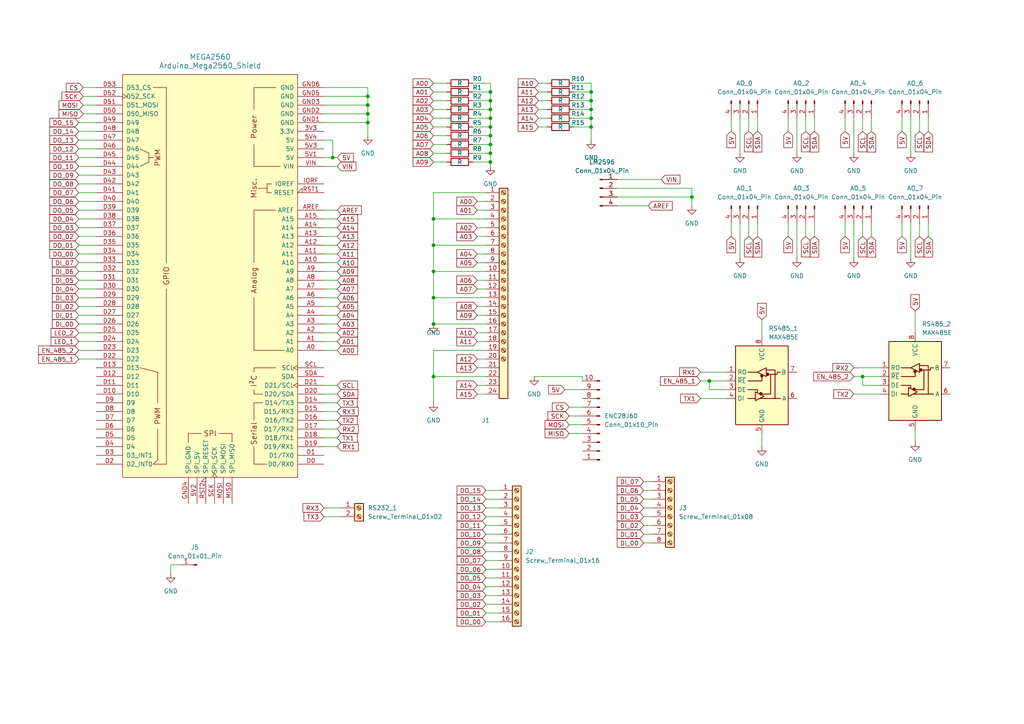
<source format=kicad_sch>
(kicad_sch (version 20230121) (generator eeschema)

  (uuid 6969f8a3-205d-401c-ae37-2e26183a6afa)

  (paper "A4")

  

  (junction (at 106.68 27.94) (diameter 0) (color 0 0 0 0)
    (uuid 08431aed-ff70-4179-b446-04efb297ef08)
  )
  (junction (at 171.45 34.29) (diameter 0) (color 0 0 0 0)
    (uuid 0dee1e2c-1f45-46a0-b9c3-f4224619a95f)
  )
  (junction (at 106.68 35.56) (diameter 0) (color 0 0 0 0)
    (uuid 0ed19bb5-7a19-4d57-8055-f52ad5c64423)
  )
  (junction (at 142.24 46.99) (diameter 0) (color 0 0 0 0)
    (uuid 108be74f-0fe5-4585-b951-674fd5b4d87e)
  )
  (junction (at 125.73 109.22) (diameter 0) (color 0 0 0 0)
    (uuid 15133114-aee9-4cd5-b78a-2b1ee391b02a)
  )
  (junction (at 250.19 109.22) (diameter 0) (color 0 0 0 0)
    (uuid 378bd4d7-4535-4aa1-b279-ee9a836b37bc)
  )
  (junction (at 106.68 33.02) (diameter 0) (color 0 0 0 0)
    (uuid 3e0d268d-0a96-4915-b8f9-5da7a514918f)
  )
  (junction (at 171.45 26.67) (diameter 0) (color 0 0 0 0)
    (uuid 47d3f550-f398-4cfd-99b8-49429e5957bd)
  )
  (junction (at 125.73 86.36) (diameter 0) (color 0 0 0 0)
    (uuid 4ba479da-2f52-461c-9918-8028b7fdd0d2)
  )
  (junction (at 142.24 39.37) (diameter 0) (color 0 0 0 0)
    (uuid 54a1979f-1794-4823-b7d6-64488b197678)
  )
  (junction (at 125.73 71.12) (diameter 0) (color 0 0 0 0)
    (uuid 61ab36e5-6352-436b-819b-3627b61f200d)
  )
  (junction (at 142.24 44.45) (diameter 0) (color 0 0 0 0)
    (uuid 676f6aed-2e87-46be-8488-bbe1f790adf6)
  )
  (junction (at 171.45 31.75) (diameter 0) (color 0 0 0 0)
    (uuid 6dbb4200-b863-41f9-8b57-d17cdc5bff0c)
  )
  (junction (at 125.73 63.5) (diameter 0) (color 0 0 0 0)
    (uuid 709054f8-33c8-45ad-bf36-16cf01429cd1)
  )
  (junction (at 125.73 78.74) (diameter 0) (color 0 0 0 0)
    (uuid 81f7ca89-ae13-4a64-8502-b0a972cdf3ee)
  )
  (junction (at 125.73 93.98) (diameter 0) (color 0 0 0 0)
    (uuid 83a3c7fc-0e33-44c8-be9a-c1e3529ae7b8)
  )
  (junction (at 142.24 26.67) (diameter 0) (color 0 0 0 0)
    (uuid 8ebc0e2e-d091-49bc-94f5-136a4ace8b04)
  )
  (junction (at 106.68 30.48) (diameter 0) (color 0 0 0 0)
    (uuid 98679850-3bcd-4a90-b6f2-f514d96f26ae)
  )
  (junction (at 142.24 29.21) (diameter 0) (color 0 0 0 0)
    (uuid b9d912cd-5d5c-407d-bacc-4d56e313a0b3)
  )
  (junction (at 200.66 57.15) (diameter 0) (color 0 0 0 0)
    (uuid c4f1a750-023d-4df3-86ad-bfb3be8119a6)
  )
  (junction (at 142.24 34.29) (diameter 0) (color 0 0 0 0)
    (uuid cc30a120-a312-4886-a63d-ca2a34196aeb)
  )
  (junction (at 205.74 110.49) (diameter 0) (color 0 0 0 0)
    (uuid cecce5db-b43f-4b1f-a287-9ffe8c2a053b)
  )
  (junction (at 171.45 36.83) (diameter 0) (color 0 0 0 0)
    (uuid d0f06c40-c8cf-462c-af3e-dcd0a9af04fc)
  )
  (junction (at 142.24 36.83) (diameter 0) (color 0 0 0 0)
    (uuid d2077975-7e45-4a4c-8286-4d5c2d7fc080)
  )
  (junction (at 142.24 31.75) (diameter 0) (color 0 0 0 0)
    (uuid f0066ec2-5b44-4bb0-a42d-2ad80002c30e)
  )
  (junction (at 96.52 45.72) (diameter 0) (color 0 0 0 0)
    (uuid f279b7b5-e5e3-4878-8b4e-7f341337c81a)
  )
  (junction (at 171.45 29.21) (diameter 0) (color 0 0 0 0)
    (uuid fb091db9-0a83-4009-94d0-912da603c127)
  )
  (junction (at 142.24 41.91) (diameter 0) (color 0 0 0 0)
    (uuid ffc01df6-f9c1-4334-b581-14de58986571)
  )

  (wire (pts (xy 93.98 33.02) (xy 106.68 33.02))
    (stroke (width 0) (type default))
    (uuid 00060c86-d34d-4d9f-bfe3-545ba23eb22f)
  )
  (wire (pts (xy 165.1 125.73) (xy 168.91 125.73))
    (stroke (width 0) (type default))
    (uuid 03462fb1-8d80-45bf-bd3e-9b0c8bf9ca0e)
  )
  (wire (pts (xy 186.69 142.24) (xy 189.23 142.24))
    (stroke (width 0) (type default))
    (uuid 04140671-5431-4417-80ab-da2579499878)
  )
  (wire (pts (xy 140.97 165.1) (xy 144.78 165.1))
    (stroke (width 0) (type default))
    (uuid 044cbd82-0414-4cd2-abde-8a00550c2e1c)
  )
  (wire (pts (xy 93.98 83.82) (xy 97.79 83.82))
    (stroke (width 0) (type default))
    (uuid 05b1eb3d-14b8-46e5-b71a-2991f910cb5b)
  )
  (wire (pts (xy 137.16 31.75) (xy 142.24 31.75))
    (stroke (width 0) (type default))
    (uuid 064df706-a972-4708-a832-5723e0a49715)
  )
  (wire (pts (xy 22.86 91.44) (xy 27.94 91.44))
    (stroke (width 0) (type default))
    (uuid 0812dd86-a4e6-4b7f-955e-411b225fadb2)
  )
  (wire (pts (xy 220.98 92.71) (xy 220.98 97.79))
    (stroke (width 0) (type default))
    (uuid 0861ef91-58e2-4949-8dec-3ccd5fa69e29)
  )
  (wire (pts (xy 93.98 147.32) (xy 99.06 147.32))
    (stroke (width 0) (type default))
    (uuid 093f24d1-d9f0-4afe-b928-9725e487722c)
  )
  (wire (pts (xy 138.43 68.58) (xy 140.97 68.58))
    (stroke (width 0) (type default))
    (uuid 0988afa8-98d2-4b1b-a933-39dc09ad511b)
  )
  (wire (pts (xy 125.73 29.21) (xy 129.54 29.21))
    (stroke (width 0) (type default))
    (uuid 0a868a5f-6f19-4f19-bf5e-9387d2bbf6d2)
  )
  (wire (pts (xy 22.86 104.14) (xy 27.94 104.14))
    (stroke (width 0) (type default))
    (uuid 0c519975-62e6-4fe5-a5fc-81669754aa8b)
  )
  (wire (pts (xy 171.45 24.13) (xy 171.45 26.67))
    (stroke (width 0) (type default))
    (uuid 0cd10ffd-0df2-4db0-b3b8-612c2b6fcd59)
  )
  (wire (pts (xy 22.86 60.96) (xy 27.94 60.96))
    (stroke (width 0) (type default))
    (uuid 1082b216-2973-47fb-9823-51adc5bd5914)
  )
  (wire (pts (xy 186.69 144.78) (xy 189.23 144.78))
    (stroke (width 0) (type default))
    (uuid 114ea429-e4f2-4b5d-ae40-2a1488685c74)
  )
  (wire (pts (xy 166.37 26.67) (xy 171.45 26.67))
    (stroke (width 0) (type default))
    (uuid 1186d785-d844-4d8e-aef3-cf8b137d585f)
  )
  (wire (pts (xy 247.65 106.68) (xy 255.27 106.68))
    (stroke (width 0) (type default))
    (uuid 11dc2b11-3776-432d-bf0b-47a34c2d7c1b)
  )
  (wire (pts (xy 210.82 113.03) (xy 205.74 113.03))
    (stroke (width 0) (type default))
    (uuid 12dd510b-0b78-4dda-8904-5a2e2ad0f7dc)
  )
  (wire (pts (xy 219.71 34.29) (xy 219.71 38.1))
    (stroke (width 0) (type default))
    (uuid 12e84c85-732c-450a-a05b-798ca9320fde)
  )
  (wire (pts (xy 250.19 34.29) (xy 250.19 38.1))
    (stroke (width 0) (type default))
    (uuid 159e4afb-7132-4744-b160-8f5350f7e71d)
  )
  (wire (pts (xy 49.53 163.83) (xy 52.07 163.83))
    (stroke (width 0) (type default))
    (uuid 16e37d6f-029f-49af-a811-2f399c4a72bd)
  )
  (wire (pts (xy 203.2 110.49) (xy 205.74 110.49))
    (stroke (width 0) (type default))
    (uuid 170eeb1a-ec9d-4ea4-b987-36280ad9bcb3)
  )
  (wire (pts (xy 138.43 58.42) (xy 140.97 58.42))
    (stroke (width 0) (type default))
    (uuid 1ac5a64a-a287-4c48-81e6-5600f3ab9e9e)
  )
  (wire (pts (xy 93.98 129.54) (xy 97.79 129.54))
    (stroke (width 0) (type default))
    (uuid 1c57504b-cc6a-49a7-b2b7-371a10811e52)
  )
  (wire (pts (xy 137.16 46.99) (xy 142.24 46.99))
    (stroke (width 0) (type default))
    (uuid 1c8cb44b-5ce1-436e-acff-7632b2e7ada2)
  )
  (wire (pts (xy 93.98 68.58) (xy 97.79 68.58))
    (stroke (width 0) (type default))
    (uuid 1d41bd80-983b-4aa4-bff3-d5f4d799d126)
  )
  (wire (pts (xy 203.2 115.57) (xy 210.82 115.57))
    (stroke (width 0) (type default))
    (uuid 1f614d15-c7f7-4b26-af8f-a2b034a85a69)
  )
  (wire (pts (xy 137.16 34.29) (xy 142.24 34.29))
    (stroke (width 0) (type default))
    (uuid 1f76bd5e-40bc-4566-b164-5396395691fe)
  )
  (wire (pts (xy 106.68 33.02) (xy 106.68 35.56))
    (stroke (width 0) (type default))
    (uuid 1f7c6a0f-f951-40e1-88ae-c67d3a86b366)
  )
  (wire (pts (xy 214.63 64.77) (xy 214.63 74.93))
    (stroke (width 0) (type default))
    (uuid 2251adc6-a6c3-4760-b85b-824e334a6ed8)
  )
  (wire (pts (xy 137.16 24.13) (xy 142.24 24.13))
    (stroke (width 0) (type default))
    (uuid 26e0b8c3-225e-4bb3-ad5b-af5002d450b2)
  )
  (wire (pts (xy 228.6 34.29) (xy 228.6 38.1))
    (stroke (width 0) (type default))
    (uuid 271542b4-b8bb-442a-ae8a-e86d9e2885c9)
  )
  (wire (pts (xy 137.16 36.83) (xy 142.24 36.83))
    (stroke (width 0) (type default))
    (uuid 27511273-911e-409b-bd4a-f1c77f5e21ed)
  )
  (wire (pts (xy 255.27 111.76) (xy 250.19 111.76))
    (stroke (width 0) (type default))
    (uuid 27bfa538-47c4-43cf-ac29-664a17fcf7b9)
  )
  (wire (pts (xy 261.62 64.77) (xy 261.62 68.58))
    (stroke (width 0) (type default))
    (uuid 27da4c6a-d33f-48c3-aadf-d93b58f6b96a)
  )
  (wire (pts (xy 140.97 109.22) (xy 125.73 109.22))
    (stroke (width 0) (type default))
    (uuid 28032913-4216-4b54-bfb0-e5f60ca7cec2)
  )
  (wire (pts (xy 138.43 66.04) (xy 140.97 66.04))
    (stroke (width 0) (type default))
    (uuid 2972874a-ba1e-4cd7-aa62-5eb3758864fc)
  )
  (wire (pts (xy 93.98 81.28) (xy 97.79 81.28))
    (stroke (width 0) (type default))
    (uuid 2cbbefba-d19c-4f62-8d9c-651890159b67)
  )
  (wire (pts (xy 228.6 64.77) (xy 228.6 68.58))
    (stroke (width 0) (type default))
    (uuid 2d005c93-6203-43d4-bcee-646313f60e86)
  )
  (wire (pts (xy 22.86 86.36) (xy 27.94 86.36))
    (stroke (width 0) (type default))
    (uuid 2e8d8c0d-03c6-4411-92bc-5dbd3efc7fa0)
  )
  (wire (pts (xy 106.68 25.4) (xy 106.68 27.94))
    (stroke (width 0) (type default))
    (uuid 2f1c99f0-d8cc-489d-a980-f5c259e8e9e8)
  )
  (wire (pts (xy 96.52 45.72) (xy 97.79 45.72))
    (stroke (width 0) (type default))
    (uuid 2f76abbf-20a6-4fb6-bb8d-2fac3ca1315b)
  )
  (wire (pts (xy 22.86 35.56) (xy 27.94 35.56))
    (stroke (width 0) (type default))
    (uuid 2fd09d4f-3d7b-440d-a668-0d5b836a6e7e)
  )
  (wire (pts (xy 125.73 55.88) (xy 125.73 63.5))
    (stroke (width 0) (type default))
    (uuid 30760c3d-1b9a-4ec9-a39a-74621cfab5c0)
  )
  (wire (pts (xy 171.45 29.21) (xy 171.45 31.75))
    (stroke (width 0) (type default))
    (uuid 31797c71-6e39-4460-8ac2-3e469576f3a1)
  )
  (wire (pts (xy 171.45 36.83) (xy 171.45 40.64))
    (stroke (width 0) (type default))
    (uuid 332f249f-bd8c-480e-a86c-c9649cf388aa)
  )
  (wire (pts (xy 140.97 63.5) (xy 125.73 63.5))
    (stroke (width 0) (type default))
    (uuid 362ef42f-1827-4687-9f89-64548dce874a)
  )
  (wire (pts (xy 93.98 116.84) (xy 97.79 116.84))
    (stroke (width 0) (type default))
    (uuid 37533ad8-da05-4391-9368-37633a4e0fe5)
  )
  (wire (pts (xy 140.97 175.26) (xy 144.78 175.26))
    (stroke (width 0) (type default))
    (uuid 398560a5-8725-4742-972c-5a3723bf174a)
  )
  (wire (pts (xy 265.43 124.46) (xy 265.43 128.27))
    (stroke (width 0) (type default))
    (uuid 3a160e93-b414-426c-b5ff-1573198800a7)
  )
  (wire (pts (xy 191.77 52.07) (xy 179.07 52.07))
    (stroke (width 0) (type default))
    (uuid 3a2608a2-bb20-4078-ac03-a9127837ea87)
  )
  (wire (pts (xy 245.11 64.77) (xy 245.11 68.58))
    (stroke (width 0) (type default))
    (uuid 3cda5b2e-daad-4565-8dfc-d6a67abe43c7)
  )
  (wire (pts (xy 93.98 127) (xy 97.79 127))
    (stroke (width 0) (type default))
    (uuid 3cde4b2e-5000-4bbd-9c34-f551ad63ab60)
  )
  (wire (pts (xy 140.97 170.18) (xy 144.78 170.18))
    (stroke (width 0) (type default))
    (uuid 3db8c511-e5bb-4561-a41f-0ce773b55b6d)
  )
  (wire (pts (xy 156.21 24.13) (xy 158.75 24.13))
    (stroke (width 0) (type default))
    (uuid 3e193657-497c-46ed-a94e-bead2bdc189b)
  )
  (wire (pts (xy 93.98 45.72) (xy 96.52 45.72))
    (stroke (width 0) (type default))
    (uuid 3f0d70f2-638d-45a4-b64a-6f76fd260c2c)
  )
  (wire (pts (xy 156.21 29.21) (xy 158.75 29.21))
    (stroke (width 0) (type default))
    (uuid 4072c2c6-6c9f-425f-a0b2-94cf5d1541be)
  )
  (wire (pts (xy 22.86 38.1) (xy 27.94 38.1))
    (stroke (width 0) (type default))
    (uuid 4146d314-94bb-4c8d-84b4-78024c05d3b4)
  )
  (wire (pts (xy 166.37 24.13) (xy 171.45 24.13))
    (stroke (width 0) (type default))
    (uuid 41b9ebe9-9da1-485b-8a5b-309484f4475a)
  )
  (wire (pts (xy 93.98 78.74) (xy 97.79 78.74))
    (stroke (width 0) (type default))
    (uuid 4213a033-312f-4925-adac-625b0d164905)
  )
  (wire (pts (xy 125.73 39.37) (xy 129.54 39.37))
    (stroke (width 0) (type default))
    (uuid 4350c89a-2637-4214-a95f-5e19cb88f71b)
  )
  (wire (pts (xy 106.68 27.94) (xy 106.68 30.48))
    (stroke (width 0) (type default))
    (uuid 43a59b36-7dd0-4775-99f7-d20008fa8e07)
  )
  (wire (pts (xy 156.21 31.75) (xy 158.75 31.75))
    (stroke (width 0) (type default))
    (uuid 43f6cdaa-63ff-448b-892e-c77ed8472421)
  )
  (wire (pts (xy 142.24 26.67) (xy 142.24 29.21))
    (stroke (width 0) (type default))
    (uuid 4469ce4d-1f37-4cf6-bb9f-c0d5f9dbad65)
  )
  (wire (pts (xy 137.16 26.67) (xy 142.24 26.67))
    (stroke (width 0) (type default))
    (uuid 448a5959-9be8-4a33-bc2d-98847f6f59ca)
  )
  (wire (pts (xy 22.86 78.74) (xy 27.94 78.74))
    (stroke (width 0) (type default))
    (uuid 44dbe4e6-5acc-4bc0-969a-d12a2b908edd)
  )
  (wire (pts (xy 93.98 63.5) (xy 97.79 63.5))
    (stroke (width 0) (type default))
    (uuid 451c813d-8d75-4e10-a5a5-0127f894d767)
  )
  (wire (pts (xy 125.73 71.12) (xy 125.73 78.74))
    (stroke (width 0) (type default))
    (uuid 46701378-fc54-4fcf-9dcf-d1f79af73c66)
  )
  (wire (pts (xy 179.07 59.69) (xy 187.96 59.69))
    (stroke (width 0) (type default))
    (uuid 47489ccf-ef7d-48bb-96ee-3c59a7507afc)
  )
  (wire (pts (xy 250.19 64.77) (xy 250.19 68.58))
    (stroke (width 0) (type default))
    (uuid 499a653d-693b-41ee-9228-f8342e7646fb)
  )
  (wire (pts (xy 138.43 60.96) (xy 140.97 60.96))
    (stroke (width 0) (type default))
    (uuid 4a1c89b9-28bd-4afa-bed6-a63746966530)
  )
  (wire (pts (xy 217.17 34.29) (xy 217.17 38.1))
    (stroke (width 0) (type default))
    (uuid 4b1216cf-144d-4478-a186-a24881809529)
  )
  (wire (pts (xy 49.53 166.37) (xy 49.53 163.83))
    (stroke (width 0) (type default))
    (uuid 4d26c93a-3203-4d60-869e-90e99ef8de2a)
  )
  (wire (pts (xy 140.97 154.94) (xy 144.78 154.94))
    (stroke (width 0) (type default))
    (uuid 4d523cb1-99be-4342-b9f7-816e067fb4f6)
  )
  (wire (pts (xy 140.97 172.72) (xy 144.78 172.72))
    (stroke (width 0) (type default))
    (uuid 4e8b23e6-117a-40b4-a97e-c84cedc3ba84)
  )
  (wire (pts (xy 171.45 34.29) (xy 171.45 36.83))
    (stroke (width 0) (type default))
    (uuid 5063ecc7-6dab-4e6b-a5e0-1f2cd8f6c45e)
  )
  (wire (pts (xy 255.27 109.22) (xy 250.19 109.22))
    (stroke (width 0) (type default))
    (uuid 51f7e9a0-1d72-416f-aeab-3acfd76a61d3)
  )
  (wire (pts (xy 137.16 29.21) (xy 142.24 29.21))
    (stroke (width 0) (type default))
    (uuid 547d6818-f0ac-4c0c-8b24-494723b4c009)
  )
  (wire (pts (xy 261.62 34.29) (xy 261.62 38.1))
    (stroke (width 0) (type default))
    (uuid 54944181-6c01-4631-8f23-519cd3f6404c)
  )
  (wire (pts (xy 22.86 55.88) (xy 27.94 55.88))
    (stroke (width 0) (type default))
    (uuid 5679d103-d56c-4f73-b4eb-47fef74b960f)
  )
  (wire (pts (xy 266.7 34.29) (xy 266.7 38.1))
    (stroke (width 0) (type default))
    (uuid 58a09288-7569-42db-a6d2-3facc8851326)
  )
  (wire (pts (xy 125.73 109.22) (xy 125.73 116.84))
    (stroke (width 0) (type default))
    (uuid 58e52a5c-721a-494a-8ac9-7183281e9099)
  )
  (wire (pts (xy 217.17 64.77) (xy 217.17 68.58))
    (stroke (width 0) (type default))
    (uuid 59509f83-cae4-443e-bffa-d202725c216e)
  )
  (wire (pts (xy 22.86 88.9) (xy 27.94 88.9))
    (stroke (width 0) (type default))
    (uuid 5af5da74-4d29-4eea-b019-237102273ee8)
  )
  (wire (pts (xy 212.09 64.77) (xy 212.09 68.58))
    (stroke (width 0) (type default))
    (uuid 5c065ac4-abd6-4804-881f-cc57d5b87c6b)
  )
  (wire (pts (xy 93.98 101.6) (xy 97.79 101.6))
    (stroke (width 0) (type default))
    (uuid 5c8d7958-d495-4dc2-9f21-ab9068f6d315)
  )
  (wire (pts (xy 22.86 48.26) (xy 27.94 48.26))
    (stroke (width 0) (type default))
    (uuid 5c9e9da2-ae7e-48e6-bb8c-f7ac9904ee72)
  )
  (wire (pts (xy 93.98 86.36) (xy 97.79 86.36))
    (stroke (width 0) (type default))
    (uuid 5caa79ef-4f45-4023-9153-5a1c925d515d)
  )
  (wire (pts (xy 125.73 78.74) (xy 125.73 86.36))
    (stroke (width 0) (type default))
    (uuid 5d7e7472-7d1d-47d1-b56b-4e0b898a8e7b)
  )
  (wire (pts (xy 93.98 27.94) (xy 106.68 27.94))
    (stroke (width 0) (type default))
    (uuid 604fb08f-2b9c-4d46-bf3c-a8611cdb34db)
  )
  (wire (pts (xy 138.43 96.52) (xy 140.97 96.52))
    (stroke (width 0) (type default))
    (uuid 61baf780-6154-47d0-b4b1-0610a105f478)
  )
  (wire (pts (xy 166.37 29.21) (xy 171.45 29.21))
    (stroke (width 0) (type default))
    (uuid 62b49069-5d61-4bf3-be2a-6ff1e2f898d2)
  )
  (wire (pts (xy 138.43 76.2) (xy 140.97 76.2))
    (stroke (width 0) (type default))
    (uuid 6587872c-e531-4a74-a7a8-d9a83661f1f2)
  )
  (wire (pts (xy 22.86 73.66) (xy 27.94 73.66))
    (stroke (width 0) (type default))
    (uuid 6597832e-c649-4d1f-a66e-37a9c7b32de8)
  )
  (wire (pts (xy 125.73 63.5) (xy 125.73 71.12))
    (stroke (width 0) (type default))
    (uuid 65cc0b06-6721-479f-a4c6-f2ec5dc277b8)
  )
  (wire (pts (xy 220.98 125.73) (xy 220.98 129.54))
    (stroke (width 0) (type default))
    (uuid 66764adf-4c99-40f2-b8fb-d5e26a96cc85)
  )
  (wire (pts (xy 264.16 34.29) (xy 264.16 44.45))
    (stroke (width 0) (type default))
    (uuid 66934901-ca30-460e-a946-32c612462b75)
  )
  (wire (pts (xy 233.68 64.77) (xy 233.68 68.58))
    (stroke (width 0) (type default))
    (uuid 66ed7d17-0618-4aa7-9cbd-f58d2696b2d3)
  )
  (wire (pts (xy 171.45 26.67) (xy 171.45 29.21))
    (stroke (width 0) (type default))
    (uuid 670a60c8-222f-4a19-bf68-1df80bd64202)
  )
  (wire (pts (xy 125.73 101.6) (xy 125.73 109.22))
    (stroke (width 0) (type default))
    (uuid 6835b599-e4a9-4aa1-bffe-9a4be6c19d9a)
  )
  (wire (pts (xy 125.73 46.99) (xy 129.54 46.99))
    (stroke (width 0) (type default))
    (uuid 693d1aea-66b3-4c7f-88ee-80a8fad4b051)
  )
  (wire (pts (xy 93.98 96.52) (xy 97.79 96.52))
    (stroke (width 0) (type default))
    (uuid 6a7bd3ee-5f0d-4e3c-8a71-eb8aaecfafb0)
  )
  (wire (pts (xy 142.24 46.99) (xy 142.24 48.26))
    (stroke (width 0) (type default))
    (uuid 6bca99c4-1d21-4687-989b-b7c689ef966f)
  )
  (wire (pts (xy 142.24 34.29) (xy 142.24 36.83))
    (stroke (width 0) (type default))
    (uuid 6f1536c2-b82f-4d6d-b187-c669d1e1df4c)
  )
  (wire (pts (xy 125.73 36.83) (xy 129.54 36.83))
    (stroke (width 0) (type default))
    (uuid 70024f25-e064-4c83-93cd-371d2214ee4b)
  )
  (wire (pts (xy 140.97 167.64) (xy 144.78 167.64))
    (stroke (width 0) (type default))
    (uuid 72014c46-3ac6-4c7a-8c6d-47d69cb9e360)
  )
  (wire (pts (xy 250.19 111.76) (xy 250.19 109.22))
    (stroke (width 0) (type default))
    (uuid 721ccb3b-f99d-4a6a-9d34-8229ff49a51c)
  )
  (wire (pts (xy 22.86 71.12) (xy 27.94 71.12))
    (stroke (width 0) (type default))
    (uuid 731c7b7d-632b-4221-8fbc-809183c2b405)
  )
  (wire (pts (xy 140.97 149.86) (xy 144.78 149.86))
    (stroke (width 0) (type default))
    (uuid 732e4382-dc3f-4fdb-8532-ad47a14a810e)
  )
  (wire (pts (xy 138.43 73.66) (xy 140.97 73.66))
    (stroke (width 0) (type default))
    (uuid 73cdccbf-30e7-4a6b-a2e1-bb89995f0351)
  )
  (wire (pts (xy 93.98 91.44) (xy 97.79 91.44))
    (stroke (width 0) (type default))
    (uuid 751a6f1b-ff64-4ab2-bd4f-4fbedb70c0f9)
  )
  (wire (pts (xy 142.24 41.91) (xy 142.24 44.45))
    (stroke (width 0) (type default))
    (uuid 75777546-91e2-4e89-a63f-d7a71c21d7f3)
  )
  (wire (pts (xy 22.86 68.58) (xy 27.94 68.58))
    (stroke (width 0) (type default))
    (uuid 78327328-ebff-4712-881d-fa26fc064fd2)
  )
  (wire (pts (xy 166.37 31.75) (xy 171.45 31.75))
    (stroke (width 0) (type default))
    (uuid 7869b532-96f2-47c5-a90d-41668bd997c3)
  )
  (wire (pts (xy 22.86 40.64) (xy 27.94 40.64))
    (stroke (width 0) (type default))
    (uuid 798cffca-7924-4c04-8a5b-416dd617eede)
  )
  (wire (pts (xy 265.43 90.17) (xy 265.43 96.52))
    (stroke (width 0) (type default))
    (uuid 7c416548-d772-4fb3-adac-05d93b253db5)
  )
  (wire (pts (xy 22.86 43.18) (xy 27.94 43.18))
    (stroke (width 0) (type default))
    (uuid 7c42010d-ce4c-4fc2-abe4-7411cab7458a)
  )
  (wire (pts (xy 125.73 26.67) (xy 129.54 26.67))
    (stroke (width 0) (type default))
    (uuid 7e20dc4e-a9d6-4c14-9061-ed605176edd9)
  )
  (wire (pts (xy 125.73 86.36) (xy 125.73 93.98))
    (stroke (width 0) (type default))
    (uuid 7e20dd3a-2b67-4b25-a2ec-6b0e7e8fca2b)
  )
  (wire (pts (xy 138.43 88.9) (xy 140.97 88.9))
    (stroke (width 0) (type default))
    (uuid 7fae4489-cdc1-4a35-9be8-0271326eca57)
  )
  (wire (pts (xy 125.73 41.91) (xy 129.54 41.91))
    (stroke (width 0) (type default))
    (uuid 82ed8913-4110-45ab-a1be-426f00e99493)
  )
  (wire (pts (xy 212.09 34.29) (xy 212.09 38.1))
    (stroke (width 0) (type default))
    (uuid 83578325-b7dc-4d9d-8e07-f7593779e98d)
  )
  (wire (pts (xy 93.98 149.86) (xy 99.06 149.86))
    (stroke (width 0) (type default))
    (uuid 83d35241-bfc6-4c8e-b996-32a8424ab7ff)
  )
  (wire (pts (xy 22.86 76.2) (xy 27.94 76.2))
    (stroke (width 0) (type default))
    (uuid 84a8cec4-44d4-4086-875c-6ec32508f2c9)
  )
  (wire (pts (xy 205.74 113.03) (xy 205.74 110.49))
    (stroke (width 0) (type default))
    (uuid 878bd1c4-d240-4aa4-b74c-54d5b72e02f4)
  )
  (wire (pts (xy 140.97 147.32) (xy 144.78 147.32))
    (stroke (width 0) (type default))
    (uuid 886de1ae-2293-4529-938d-0d405f3f7283)
  )
  (wire (pts (xy 137.16 41.91) (xy 142.24 41.91))
    (stroke (width 0) (type default))
    (uuid 88acac8f-c73f-4c16-b48c-318430ad0e77)
  )
  (wire (pts (xy 142.24 31.75) (xy 142.24 34.29))
    (stroke (width 0) (type default))
    (uuid 892738d9-a9ea-47e9-87bf-9987e620c0a4)
  )
  (wire (pts (xy 140.97 157.48) (xy 144.78 157.48))
    (stroke (width 0) (type default))
    (uuid 8a537d8d-0245-41e8-8d3f-306532946420)
  )
  (wire (pts (xy 247.65 34.29) (xy 247.65 44.45))
    (stroke (width 0) (type default))
    (uuid 8a929d2d-1db1-43a0-b23b-83c255787833)
  )
  (wire (pts (xy 138.43 111.76) (xy 140.97 111.76))
    (stroke (width 0) (type default))
    (uuid 8ba5bfc2-6578-43e5-a0a5-0f45588bdb39)
  )
  (wire (pts (xy 142.24 29.21) (xy 142.24 31.75))
    (stroke (width 0) (type default))
    (uuid 8c2ad7e5-81e6-421b-ae04-1e2c54538234)
  )
  (wire (pts (xy 138.43 104.14) (xy 140.97 104.14))
    (stroke (width 0) (type default))
    (uuid 8d045cf6-89e8-4648-bd36-4e889e33b195)
  )
  (wire (pts (xy 236.22 64.77) (xy 236.22 68.58))
    (stroke (width 0) (type default))
    (uuid 8da341f1-2961-4eb7-bcbe-fcff4ee10df7)
  )
  (wire (pts (xy 166.37 36.83) (xy 171.45 36.83))
    (stroke (width 0) (type default))
    (uuid 8de939cb-f42e-4344-922d-99c8a77d1b05)
  )
  (wire (pts (xy 186.69 157.48) (xy 189.23 157.48))
    (stroke (width 0) (type default))
    (uuid 90812b1e-e406-4eb7-b54f-20eb7721be10)
  )
  (wire (pts (xy 22.86 101.6) (xy 27.94 101.6))
    (stroke (width 0) (type default))
    (uuid 9350570d-15d4-4ac8-a6b6-a5a8e3b47a66)
  )
  (wire (pts (xy 179.07 54.61) (xy 200.66 54.61))
    (stroke (width 0) (type default))
    (uuid 944946e7-20d5-4a85-9c98-9b46369b3294)
  )
  (wire (pts (xy 186.69 149.86) (xy 189.23 149.86))
    (stroke (width 0) (type default))
    (uuid 9532ad9a-08ff-4df6-a376-150b0d3b9441)
  )
  (wire (pts (xy 264.16 64.77) (xy 264.16 74.93))
    (stroke (width 0) (type default))
    (uuid 95b95c31-6f51-4171-80a8-d4fbbd50725f)
  )
  (wire (pts (xy 93.98 76.2) (xy 97.79 76.2))
    (stroke (width 0) (type default))
    (uuid 96e2b84d-c5db-47d5-982b-a128d2c8cb31)
  )
  (wire (pts (xy 247.65 64.77) (xy 247.65 74.93))
    (stroke (width 0) (type default))
    (uuid 98736f92-eadd-44a1-92cf-3a54b257abc9)
  )
  (wire (pts (xy 140.97 144.78) (xy 144.78 144.78))
    (stroke (width 0) (type default))
    (uuid 9b0bcfa8-29ab-44fb-8aeb-93027367267d)
  )
  (wire (pts (xy 137.16 44.45) (xy 142.24 44.45))
    (stroke (width 0) (type default))
    (uuid 9b95f089-f7c2-4768-83c9-552e9d12a346)
  )
  (wire (pts (xy 168.91 109.22) (xy 168.91 110.49))
    (stroke (width 0) (type default))
    (uuid 9c37e591-f84a-4c79-b71e-ea516114e49d)
  )
  (wire (pts (xy 125.73 31.75) (xy 129.54 31.75))
    (stroke (width 0) (type default))
    (uuid 9cff3c44-1d61-4dd2-b6e6-f0330b8facf2)
  )
  (wire (pts (xy 179.07 57.15) (xy 200.66 57.15))
    (stroke (width 0) (type default))
    (uuid 9ed78a03-e0ae-4e33-b0b4-0ed6206fdc06)
  )
  (wire (pts (xy 142.24 44.45) (xy 142.24 46.99))
    (stroke (width 0) (type default))
    (uuid 9fbfd723-54f6-43de-ac61-1c27745aff51)
  )
  (wire (pts (xy 203.2 107.95) (xy 210.82 107.95))
    (stroke (width 0) (type default))
    (uuid 9ffaf715-26e1-40cb-997b-104c14835f07)
  )
  (wire (pts (xy 140.97 152.4) (xy 144.78 152.4))
    (stroke (width 0) (type default))
    (uuid a159ee4f-71fa-4307-bdbe-f8048b19de61)
  )
  (wire (pts (xy 106.68 35.56) (xy 106.68 39.37))
    (stroke (width 0) (type default))
    (uuid a15e3862-faec-489a-aa7b-f72166438ef8)
  )
  (wire (pts (xy 93.98 119.38) (xy 97.79 119.38))
    (stroke (width 0) (type default))
    (uuid a2b8f6a7-b485-442d-8bb1-3f69a38f48b3)
  )
  (wire (pts (xy 22.86 81.28) (xy 27.94 81.28))
    (stroke (width 0) (type default))
    (uuid a2e77695-18da-4aa4-b705-9bc35aecb9e7)
  )
  (wire (pts (xy 252.73 34.29) (xy 252.73 38.1))
    (stroke (width 0) (type default))
    (uuid a2ece8a7-60e7-4808-94b4-fda5c9e7f4fd)
  )
  (wire (pts (xy 166.37 34.29) (xy 171.45 34.29))
    (stroke (width 0) (type default))
    (uuid a32c6403-d341-46c0-90ae-66d4f81a9d45)
  )
  (wire (pts (xy 93.98 30.48) (xy 106.68 30.48))
    (stroke (width 0) (type default))
    (uuid a742fe18-0fd8-4164-a7ad-7182596d4ac3)
  )
  (wire (pts (xy 106.68 30.48) (xy 106.68 33.02))
    (stroke (width 0) (type default))
    (uuid a80e3494-6ac3-4fc4-8aa1-0d77f373c7e2)
  )
  (wire (pts (xy 138.43 91.44) (xy 140.97 91.44))
    (stroke (width 0) (type default))
    (uuid aa385ee6-20c6-49d7-87fc-142063b850b0)
  )
  (wire (pts (xy 93.98 35.56) (xy 106.68 35.56))
    (stroke (width 0) (type default))
    (uuid ac0cd860-cd4b-4037-9adb-4606bd453bf1)
  )
  (wire (pts (xy 24.13 30.48) (xy 27.94 30.48))
    (stroke (width 0) (type default))
    (uuid ac2a8e8b-9ef5-4bd6-b1b8-3aabf04e7042)
  )
  (wire (pts (xy 269.24 64.77) (xy 269.24 68.58))
    (stroke (width 0) (type default))
    (uuid b17cc8e6-933d-4585-b9f5-872a6c600ece)
  )
  (wire (pts (xy 236.22 34.29) (xy 236.22 38.1))
    (stroke (width 0) (type default))
    (uuid b1e0915d-bc96-4685-8aa4-6539ce75ab8c)
  )
  (wire (pts (xy 247.65 109.22) (xy 250.19 109.22))
    (stroke (width 0) (type default))
    (uuid b2747894-542b-4f13-a0e9-2b382a94e9c7)
  )
  (wire (pts (xy 142.24 24.13) (xy 142.24 26.67))
    (stroke (width 0) (type default))
    (uuid b2fbd5a6-0074-4f03-b8a2-59c1812036e4)
  )
  (wire (pts (xy 138.43 114.3) (xy 140.97 114.3))
    (stroke (width 0) (type default))
    (uuid b38b7c9f-c7f5-4f32-8da5-a093d7fc7741)
  )
  (wire (pts (xy 165.1 118.11) (xy 168.91 118.11))
    (stroke (width 0) (type default))
    (uuid b434a752-4c8a-4778-ac69-5298b68b3365)
  )
  (wire (pts (xy 252.73 64.77) (xy 252.73 68.58))
    (stroke (width 0) (type default))
    (uuid b49e5d3b-84c8-413b-b861-6f31bf65db35)
  )
  (wire (pts (xy 156.21 26.67) (xy 158.75 26.67))
    (stroke (width 0) (type default))
    (uuid b59ab8cb-b449-46b2-b097-1d3e4a27033b)
  )
  (wire (pts (xy 93.98 40.64) (xy 96.52 40.64))
    (stroke (width 0) (type default))
    (uuid b5fe0f1a-5696-4f8d-9d6a-093274fb5a55)
  )
  (wire (pts (xy 231.14 64.77) (xy 231.14 74.93))
    (stroke (width 0) (type default))
    (uuid b7f1fafb-f545-401c-bd30-95ebddc38a9a)
  )
  (wire (pts (xy 93.98 25.4) (xy 106.68 25.4))
    (stroke (width 0) (type default))
    (uuid b80ece23-d543-41fb-8e41-5c7aca1145a8)
  )
  (wire (pts (xy 137.16 39.37) (xy 142.24 39.37))
    (stroke (width 0) (type default))
    (uuid b8237066-83bc-4369-b318-d7b27f93cc93)
  )
  (wire (pts (xy 22.86 93.98) (xy 27.94 93.98))
    (stroke (width 0) (type default))
    (uuid b82f7565-a776-403a-96d2-4a1da4a33321)
  )
  (wire (pts (xy 93.98 66.04) (xy 97.79 66.04))
    (stroke (width 0) (type default))
    (uuid bbe1e0fe-4e1c-4ba2-9027-27d1b3036fe9)
  )
  (wire (pts (xy 93.98 99.06) (xy 97.79 99.06))
    (stroke (width 0) (type default))
    (uuid bbfb841f-c015-4ebf-882c-30b04ae8ef11)
  )
  (wire (pts (xy 138.43 83.82) (xy 140.97 83.82))
    (stroke (width 0) (type default))
    (uuid bc146cfa-02d3-4f7b-9f0b-f0970ef3e394)
  )
  (wire (pts (xy 93.98 121.92) (xy 97.79 121.92))
    (stroke (width 0) (type default))
    (uuid bdfdb3de-b7dc-4aaa-82f9-a330b3caf9db)
  )
  (wire (pts (xy 138.43 81.28) (xy 140.97 81.28))
    (stroke (width 0) (type default))
    (uuid bf32f58e-4001-4fb1-a3f6-c7d0f8c7dc5e)
  )
  (wire (pts (xy 214.63 34.29) (xy 214.63 44.45))
    (stroke (width 0) (type default))
    (uuid bf41aa56-d233-4368-a9ee-71d3c41a73b9)
  )
  (wire (pts (xy 24.13 27.94) (xy 27.94 27.94))
    (stroke (width 0) (type default))
    (uuid bfec1958-768b-467d-b2b2-677710f1edb3)
  )
  (wire (pts (xy 93.98 124.46) (xy 97.79 124.46))
    (stroke (width 0) (type default))
    (uuid c0e88086-f049-441d-9905-d66a0065747c)
  )
  (wire (pts (xy 142.24 36.83) (xy 142.24 39.37))
    (stroke (width 0) (type default))
    (uuid c3f723db-65a1-4e15-b6d9-20d2d794e44d)
  )
  (wire (pts (xy 140.97 86.36) (xy 125.73 86.36))
    (stroke (width 0) (type default))
    (uuid c48e43e8-44a9-43f4-8482-052094689698)
  )
  (wire (pts (xy 186.69 152.4) (xy 189.23 152.4))
    (stroke (width 0) (type default))
    (uuid c4a1fa19-7243-478d-bdaf-0af25b440664)
  )
  (wire (pts (xy 93.98 88.9) (xy 97.79 88.9))
    (stroke (width 0) (type default))
    (uuid c4d57104-d93b-4642-b190-340eac64cebe)
  )
  (wire (pts (xy 93.98 93.98) (xy 97.79 93.98))
    (stroke (width 0) (type default))
    (uuid c553680f-4c40-4f12-a3a8-3e9b7a532255)
  )
  (wire (pts (xy 140.97 142.24) (xy 144.78 142.24))
    (stroke (width 0) (type default))
    (uuid c58cf797-ad75-41ec-9d78-e601a00e6e4a)
  )
  (wire (pts (xy 200.66 57.15) (xy 200.66 59.69))
    (stroke (width 0) (type default))
    (uuid c5d38290-d5ed-4b86-88d0-89bfbcd2d3f1)
  )
  (wire (pts (xy 171.45 31.75) (xy 171.45 34.29))
    (stroke (width 0) (type default))
    (uuid c7976bcc-7663-407b-b0bb-779bd2b1fc92)
  )
  (wire (pts (xy 140.97 71.12) (xy 125.73 71.12))
    (stroke (width 0) (type default))
    (uuid c8145081-6f3a-415a-8ea8-1a1075e457cd)
  )
  (wire (pts (xy 93.98 111.76) (xy 97.79 111.76))
    (stroke (width 0) (type default))
    (uuid cc12fad7-8754-4dc3-8132-2703527bafdc)
  )
  (wire (pts (xy 24.13 25.4) (xy 27.94 25.4))
    (stroke (width 0) (type default))
    (uuid cf325d3d-4953-4a98-b935-73aae0f1147a)
  )
  (wire (pts (xy 140.97 55.88) (xy 125.73 55.88))
    (stroke (width 0) (type default))
    (uuid cf822218-1e34-4740-803b-d7fa591d50da)
  )
  (wire (pts (xy 22.86 66.04) (xy 27.94 66.04))
    (stroke (width 0) (type default))
    (uuid d0353585-1798-4286-a76f-946ab91c6811)
  )
  (wire (pts (xy 125.73 44.45) (xy 129.54 44.45))
    (stroke (width 0) (type default))
    (uuid d07258ff-64f4-416e-8983-7bb7c35a5ded)
  )
  (wire (pts (xy 140.97 160.02) (xy 144.78 160.02))
    (stroke (width 0) (type default))
    (uuid d5316f47-c4a6-4a33-99de-46c8aa0d5cc8)
  )
  (wire (pts (xy 247.65 114.3) (xy 255.27 114.3))
    (stroke (width 0) (type default))
    (uuid d7497749-30f3-4e13-97bd-5491a5d12938)
  )
  (wire (pts (xy 93.98 48.26) (xy 97.79 48.26))
    (stroke (width 0) (type default))
    (uuid d7b54dbc-4040-4506-8010-9d0d85ed4ae3)
  )
  (wire (pts (xy 156.21 36.83) (xy 158.75 36.83))
    (stroke (width 0) (type default))
    (uuid d7eb962f-3e1f-4536-a230-a19201ba0939)
  )
  (wire (pts (xy 142.24 39.37) (xy 142.24 41.91))
    (stroke (width 0) (type default))
    (uuid d89171ac-e1cd-4daf-9214-67aff69fd51d)
  )
  (wire (pts (xy 125.73 34.29) (xy 129.54 34.29))
    (stroke (width 0) (type default))
    (uuid d93e55ed-1fbd-4b10-903f-807f4cef6e1e)
  )
  (wire (pts (xy 22.86 50.8) (xy 27.94 50.8))
    (stroke (width 0) (type default))
    (uuid dbd6871c-394c-475d-9a12-9369003623bf)
  )
  (wire (pts (xy 140.97 177.8) (xy 144.78 177.8))
    (stroke (width 0) (type default))
    (uuid dc138a84-ff47-487e-9277-dc1c031227b3)
  )
  (wire (pts (xy 233.68 34.29) (xy 233.68 38.1))
    (stroke (width 0) (type default))
    (uuid dccb8071-19f0-41f6-8b6f-25bb208e1686)
  )
  (wire (pts (xy 154.94 109.22) (xy 168.91 109.22))
    (stroke (width 0) (type default))
    (uuid dde2fee8-18fb-417a-8bb5-b8f7f8fb482c)
  )
  (wire (pts (xy 165.1 120.65) (xy 168.91 120.65))
    (stroke (width 0) (type default))
    (uuid deab0fb7-afad-4507-b628-6c4dc50e65c6)
  )
  (wire (pts (xy 93.98 60.96) (xy 97.79 60.96))
    (stroke (width 0) (type default))
    (uuid deb831c4-5a53-45d6-8895-01625b81cfb6)
  )
  (wire (pts (xy 125.73 93.98) (xy 140.97 93.98))
    (stroke (width 0) (type default))
    (uuid dfdb4278-d479-4d3c-b329-96471126a2e8)
  )
  (wire (pts (xy 22.86 58.42) (xy 27.94 58.42))
    (stroke (width 0) (type default))
    (uuid e084f7df-c932-43a1-841a-62b84bccbee6)
  )
  (wire (pts (xy 186.69 147.32) (xy 189.23 147.32))
    (stroke (width 0) (type default))
    (uuid e14fb64f-5c27-40b4-ae51-c8e9d564adb0)
  )
  (wire (pts (xy 22.86 53.34) (xy 27.94 53.34))
    (stroke (width 0) (type default))
    (uuid e1637363-02da-4966-ae9a-11f2d54dde5d)
  )
  (wire (pts (xy 22.86 45.72) (xy 27.94 45.72))
    (stroke (width 0) (type default))
    (uuid e19763aa-740c-49c1-97a4-b71cb52f0df2)
  )
  (wire (pts (xy 231.14 34.29) (xy 231.14 44.45))
    (stroke (width 0) (type default))
    (uuid e4a5b11e-c4ea-4df0-9b38-e20f29a98c5f)
  )
  (wire (pts (xy 93.98 114.3) (xy 97.79 114.3))
    (stroke (width 0) (type default))
    (uuid e4de4561-afbd-4986-a502-36f56be9e1e2)
  )
  (wire (pts (xy 22.86 99.06) (xy 27.94 99.06))
    (stroke (width 0) (type default))
    (uuid e6013c4d-1505-4f8f-bae7-967a58f237ae)
  )
  (wire (pts (xy 22.86 63.5) (xy 27.94 63.5))
    (stroke (width 0) (type default))
    (uuid e68deb0f-c9b7-4c3e-898f-b88a20cb1c9c)
  )
  (wire (pts (xy 269.24 34.29) (xy 269.24 38.1))
    (stroke (width 0) (type default))
    (uuid e6f3236a-da6e-42cc-8e4a-3627a3bdaa51)
  )
  (wire (pts (xy 125.73 24.13) (xy 129.54 24.13))
    (stroke (width 0) (type default))
    (uuid e75306e3-1ef1-42af-99df-ac6e26929e6f)
  )
  (wire (pts (xy 93.98 71.12) (xy 97.79 71.12))
    (stroke (width 0) (type default))
    (uuid e9f1e099-6b6a-43a9-b6a3-f0dc20f4ccd4)
  )
  (wire (pts (xy 156.21 34.29) (xy 158.75 34.29))
    (stroke (width 0) (type default))
    (uuid eb1ec8a7-4b78-412b-80e0-7746b367457f)
  )
  (wire (pts (xy 186.69 139.7) (xy 189.23 139.7))
    (stroke (width 0) (type default))
    (uuid ed45395f-3a1e-4b3f-bf23-88699ea65002)
  )
  (wire (pts (xy 138.43 99.06) (xy 140.97 99.06))
    (stroke (width 0) (type default))
    (uuid ed697d9b-e109-4da6-b621-a229f08a6a27)
  )
  (wire (pts (xy 140.97 101.6) (xy 125.73 101.6))
    (stroke (width 0) (type default))
    (uuid ed84fd51-961f-4a18-8037-89cc3822a1f9)
  )
  (wire (pts (xy 205.74 110.49) (xy 210.82 110.49))
    (stroke (width 0) (type default))
    (uuid edff633b-f186-4594-bbf8-a0d55b301e93)
  )
  (wire (pts (xy 22.86 96.52) (xy 27.94 96.52))
    (stroke (width 0) (type default))
    (uuid f049e6d0-67ad-49b9-b7f6-0a899017c147)
  )
  (wire (pts (xy 24.13 33.02) (xy 27.94 33.02))
    (stroke (width 0) (type default))
    (uuid f0f0d0a7-01d2-4492-974b-8a1fe4eaaf4b)
  )
  (wire (pts (xy 96.52 40.64) (xy 96.52 45.72))
    (stroke (width 0) (type default))
    (uuid f35b594b-b6d7-4227-902d-7e1dbe4e06dd)
  )
  (wire (pts (xy 245.11 34.29) (xy 245.11 38.1))
    (stroke (width 0) (type default))
    (uuid f3dbf887-6298-44af-a300-88bbb4a72bb6)
  )
  (wire (pts (xy 266.7 64.77) (xy 266.7 68.58))
    (stroke (width 0) (type default))
    (uuid f4b2be86-2b82-4493-baf7-3de30de7aa1e)
  )
  (wire (pts (xy 163.83 113.03) (xy 168.91 113.03))
    (stroke (width 0) (type default))
    (uuid f4e4278b-7ab3-46ea-b529-e21297fc17c1)
  )
  (wire (pts (xy 140.97 162.56) (xy 144.78 162.56))
    (stroke (width 0) (type default))
    (uuid f5533cb0-14fe-4c8f-a5ac-4742b71659bf)
  )
  (wire (pts (xy 219.71 64.77) (xy 219.71 68.58))
    (stroke (width 0) (type default))
    (uuid f7a9fe8b-5e43-44e2-8e1a-404a4c7af426)
  )
  (wire (pts (xy 165.1 123.19) (xy 168.91 123.19))
    (stroke (width 0) (type default))
    (uuid f8348ef8-e62e-4c8b-afdf-8fa615de3379)
  )
  (wire (pts (xy 140.97 180.34) (xy 144.78 180.34))
    (stroke (width 0) (type default))
    (uuid f9b7b5b3-4030-4c93-9045-baaf0cc2cc16)
  )
  (wire (pts (xy 200.66 54.61) (xy 200.66 57.15))
    (stroke (width 0) (type default))
    (uuid fabc38aa-519d-4c37-a5da-59b93b9ca99b)
  )
  (wire (pts (xy 22.86 83.82) (xy 27.94 83.82))
    (stroke (width 0) (type default))
    (uuid fc7fc664-9795-4e78-a4ce-ef002442fc70)
  )
  (wire (pts (xy 140.97 78.74) (xy 125.73 78.74))
    (stroke (width 0) (type default))
    (uuid fcfd6619-e61a-435a-8354-c892ec9cc123)
  )
  (wire (pts (xy 138.43 106.68) (xy 140.97 106.68))
    (stroke (width 0) (type default))
    (uuid fd43ee0e-e129-4774-8f2c-84d2ff78a0fb)
  )
  (wire (pts (xy 186.69 154.94) (xy 189.23 154.94))
    (stroke (width 0) (type default))
    (uuid fe94695f-e543-4a83-b489-d5d601a6569f)
  )
  (wire (pts (xy 93.98 73.66) (xy 97.79 73.66))
    (stroke (width 0) (type default))
    (uuid fef332bf-e228-4143-bf9c-11e34fdebafb)
  )

  (global_label "CS" (shape input) (at 24.13 25.4 180) (fields_autoplaced)
    (effects (font (size 1.27 1.27)) (justify right))
    (uuid 00d03d69-4e88-4005-86cc-601c6ec4be8e)
    (property "Intersheetrefs" "${INTERSHEET_REFS}" (at 18.7447 25.4 0)
      (effects (font (size 1.27 1.27)) (justify right) hide)
    )
  )
  (global_label "RX1" (shape input) (at 203.2 107.95 180) (fields_autoplaced)
    (effects (font (size 1.27 1.27)) (justify right))
    (uuid 0170c503-6d0a-4dde-b87b-2d8e836f693f)
    (property "Intersheetrefs" "${INTERSHEET_REFS}" (at 196.6052 107.95 0)
      (effects (font (size 1.27 1.27)) (justify right) hide)
    )
  )
  (global_label "A10" (shape input) (at 97.79 76.2 0) (fields_autoplaced)
    (effects (font (size 1.27 1.27)) (justify left))
    (uuid 045550dc-6038-47a7-9fd3-f25858329fda)
    (property "Intersheetrefs" "${INTERSHEET_REFS}" (at 104.2034 76.2 0)
      (effects (font (size 1.27 1.27)) (justify left) hide)
    )
  )
  (global_label "DO_10" (shape input) (at 140.97 154.94 180) (fields_autoplaced)
    (effects (font (size 1.27 1.27)) (justify right))
    (uuid 059558f1-2118-42f3-a7df-62378ae953a6)
    (property "Intersheetrefs" "${INTERSHEET_REFS}" (at 132.0771 154.94 0)
      (effects (font (size 1.27 1.27)) (justify right) hide)
    )
  )
  (global_label "SCL" (shape input) (at 233.68 68.58 270) (fields_autoplaced)
    (effects (font (size 1.27 1.27)) (justify right))
    (uuid 05b32910-632f-41e6-acb0-1cf807adb34b)
    (property "Intersheetrefs" "${INTERSHEET_REFS}" (at 233.68 74.9934 90)
      (effects (font (size 1.27 1.27)) (justify right) hide)
    )
  )
  (global_label "DO_07" (shape input) (at 22.86 55.88 180) (fields_autoplaced)
    (effects (font (size 1.27 1.27)) (justify right))
    (uuid 07160492-f2fc-46ed-b69d-07f368d09bee)
    (property "Intersheetrefs" "${INTERSHEET_REFS}" (at 13.9671 55.88 0)
      (effects (font (size 1.27 1.27)) (justify right) hide)
    )
  )
  (global_label "SDA" (shape input) (at 252.73 38.1 270) (fields_autoplaced)
    (effects (font (size 1.27 1.27)) (justify right))
    (uuid 077d3a84-4bc8-4593-af6a-1272f7d26d74)
    (property "Intersheetrefs" "${INTERSHEET_REFS}" (at 252.73 44.5739 90)
      (effects (font (size 1.27 1.27)) (justify right) hide)
    )
  )
  (global_label "A11" (shape input) (at 138.43 99.06 180) (fields_autoplaced)
    (effects (font (size 1.27 1.27)) (justify right))
    (uuid 082fc614-ac94-46a6-9031-a54b94d42939)
    (property "Intersheetrefs" "${INTERSHEET_REFS}" (at 132.0166 99.06 0)
      (effects (font (size 1.27 1.27)) (justify right) hide)
    )
  )
  (global_label "DI_06" (shape input) (at 22.86 78.74 180) (fields_autoplaced)
    (effects (font (size 1.27 1.27)) (justify right))
    (uuid 085fafb7-6982-45cf-8cea-076ff7a94a31)
    (property "Intersheetrefs" "${INTERSHEET_REFS}" (at 14.6928 78.74 0)
      (effects (font (size 1.27 1.27)) (justify right) hide)
    )
  )
  (global_label "DO_15" (shape input) (at 140.97 142.24 180) (fields_autoplaced)
    (effects (font (size 1.27 1.27)) (justify right))
    (uuid 08633603-e085-46e0-aef3-326ea1b89ff4)
    (property "Intersheetrefs" "${INTERSHEET_REFS}" (at 132.0771 142.24 0)
      (effects (font (size 1.27 1.27)) (justify right) hide)
    )
  )
  (global_label "VIN" (shape input) (at 191.77 52.07 0) (fields_autoplaced)
    (effects (font (size 1.27 1.27)) (justify left))
    (uuid 09f14572-2487-4f3e-96ad-c1b69a94038d)
    (property "Intersheetrefs" "${INTERSHEET_REFS}" (at 197.6997 52.07 0)
      (effects (font (size 1.27 1.27)) (justify left) hide)
    )
  )
  (global_label "DI_04" (shape input) (at 22.86 83.82 180) (fields_autoplaced)
    (effects (font (size 1.27 1.27)) (justify right))
    (uuid 0ac756b9-9b1b-40fa-82f5-efaffebfd1eb)
    (property "Intersheetrefs" "${INTERSHEET_REFS}" (at 14.6928 83.82 0)
      (effects (font (size 1.27 1.27)) (justify right) hide)
    )
  )
  (global_label "A02" (shape input) (at 97.79 96.52 0) (fields_autoplaced)
    (effects (font (size 1.27 1.27)) (justify left))
    (uuid 0b53f03f-e3bd-41f2-b99c-2e3b5b53b45f)
    (property "Intersheetrefs" "${INTERSHEET_REFS}" (at 104.2034 96.52 0)
      (effects (font (size 1.27 1.27)) (justify left) hide)
    )
  )
  (global_label "A08" (shape input) (at 138.43 88.9 180) (fields_autoplaced)
    (effects (font (size 1.27 1.27)) (justify right))
    (uuid 0c13a221-9f70-402d-b979-1dcf365b887a)
    (property "Intersheetrefs" "${INTERSHEET_REFS}" (at 132.0166 88.9 0)
      (effects (font (size 1.27 1.27)) (justify right) hide)
    )
  )
  (global_label "AREF" (shape input) (at 187.96 59.69 0) (fields_autoplaced)
    (effects (font (size 1.27 1.27)) (justify left))
    (uuid 0d06938a-ab11-4b7c-87bf-7354b19b6693)
    (property "Intersheetrefs" "${INTERSHEET_REFS}" (at 195.462 59.69 0)
      (effects (font (size 1.27 1.27)) (justify left) hide)
    )
  )
  (global_label "SCL" (shape input) (at 250.19 68.58 270) (fields_autoplaced)
    (effects (font (size 1.27 1.27)) (justify right))
    (uuid 0d29d11f-49e3-46e8-8708-53095e1256fa)
    (property "Intersheetrefs" "${INTERSHEET_REFS}" (at 250.19 74.9934 90)
      (effects (font (size 1.27 1.27)) (justify right) hide)
    )
  )
  (global_label "TX1" (shape input) (at 203.2 115.57 180) (fields_autoplaced)
    (effects (font (size 1.27 1.27)) (justify right))
    (uuid 0e3f3a40-0419-4036-958e-8ca4ccb9455f)
    (property "Intersheetrefs" "${INTERSHEET_REFS}" (at 196.9076 115.57 0)
      (effects (font (size 1.27 1.27)) (justify right) hide)
    )
  )
  (global_label "5V" (shape input) (at 212.09 38.1 270) (fields_autoplaced)
    (effects (font (size 1.27 1.27)) (justify right))
    (uuid 1021c726-4e26-4bd8-ae8a-ccc2ef25c7fc)
    (property "Intersheetrefs" "${INTERSHEET_REFS}" (at 212.09 43.3039 90)
      (effects (font (size 1.27 1.27)) (justify right) hide)
    )
  )
  (global_label "A07" (shape input) (at 138.43 83.82 180) (fields_autoplaced)
    (effects (font (size 1.27 1.27)) (justify right))
    (uuid 10342e29-2dae-462d-bf47-59a364f7e176)
    (property "Intersheetrefs" "${INTERSHEET_REFS}" (at 132.0166 83.82 0)
      (effects (font (size 1.27 1.27)) (justify right) hide)
    )
  )
  (global_label "A07" (shape input) (at 97.79 83.82 0) (fields_autoplaced)
    (effects (font (size 1.27 1.27)) (justify left))
    (uuid 11b922c0-ee3a-4702-b32f-789801c64468)
    (property "Intersheetrefs" "${INTERSHEET_REFS}" (at 104.2034 83.82 0)
      (effects (font (size 1.27 1.27)) (justify left) hide)
    )
  )
  (global_label "A13" (shape input) (at 156.21 31.75 180) (fields_autoplaced)
    (effects (font (size 1.27 1.27)) (justify right))
    (uuid 1361c3c6-9b7a-495b-b0fb-801be6487bc1)
    (property "Intersheetrefs" "${INTERSHEET_REFS}" (at 149.7966 31.75 0)
      (effects (font (size 1.27 1.27)) (justify right) hide)
    )
  )
  (global_label "SCK" (shape input) (at 24.13 27.94 180) (fields_autoplaced)
    (effects (font (size 1.27 1.27)) (justify right))
    (uuid 1419855c-f481-4049-b7c1-c415eab16ec3)
    (property "Intersheetrefs" "${INTERSHEET_REFS}" (at 17.4747 27.94 0)
      (effects (font (size 1.27 1.27)) (justify right) hide)
    )
  )
  (global_label "A14" (shape input) (at 138.43 111.76 180) (fields_autoplaced)
    (effects (font (size 1.27 1.27)) (justify right))
    (uuid 14772e92-6009-4ba4-81c3-298fe846f188)
    (property "Intersheetrefs" "${INTERSHEET_REFS}" (at 132.0166 111.76 0)
      (effects (font (size 1.27 1.27)) (justify right) hide)
    )
  )
  (global_label "TX2" (shape input) (at 97.79 121.92 0) (fields_autoplaced)
    (effects (font (size 1.27 1.27)) (justify left))
    (uuid 15896398-5b4e-4f13-aa29-1ce5b37e6b27)
    (property "Intersheetrefs" "${INTERSHEET_REFS}" (at 104.0824 121.92 0)
      (effects (font (size 1.27 1.27)) (justify left) hide)
    )
  )
  (global_label "DO_08" (shape input) (at 22.86 53.34 180) (fields_autoplaced)
    (effects (font (size 1.27 1.27)) (justify right))
    (uuid 16391eae-e999-4648-9ab4-3b658b244a49)
    (property "Intersheetrefs" "${INTERSHEET_REFS}" (at 13.9671 53.34 0)
      (effects (font (size 1.27 1.27)) (justify right) hide)
    )
  )
  (global_label "A08" (shape input) (at 97.79 81.28 0) (fields_autoplaced)
    (effects (font (size 1.27 1.27)) (justify left))
    (uuid 16ba86f7-d063-4ce8-97b5-c43ac4435e08)
    (property "Intersheetrefs" "${INTERSHEET_REFS}" (at 104.2034 81.28 0)
      (effects (font (size 1.27 1.27)) (justify left) hide)
    )
  )
  (global_label "DI_01" (shape input) (at 22.86 91.44 180) (fields_autoplaced)
    (effects (font (size 1.27 1.27)) (justify right))
    (uuid 18226456-c881-4565-90fc-2672d63ded8f)
    (property "Intersheetrefs" "${INTERSHEET_REFS}" (at 14.6928 91.44 0)
      (effects (font (size 1.27 1.27)) (justify right) hide)
    )
  )
  (global_label "DI_02" (shape input) (at 186.69 152.4 180) (fields_autoplaced)
    (effects (font (size 1.27 1.27)) (justify right))
    (uuid 1b5991f4-e24c-4e1e-bf5e-4932e03b743b)
    (property "Intersheetrefs" "${INTERSHEET_REFS}" (at 178.5228 152.4 0)
      (effects (font (size 1.27 1.27)) (justify right) hide)
    )
  )
  (global_label "DO_07" (shape input) (at 140.97 162.56 180) (fields_autoplaced)
    (effects (font (size 1.27 1.27)) (justify right))
    (uuid 1c56d1bd-b3af-41c7-8535-640a401e7a27)
    (property "Intersheetrefs" "${INTERSHEET_REFS}" (at 132.0771 162.56 0)
      (effects (font (size 1.27 1.27)) (justify right) hide)
    )
  )
  (global_label "DO_08" (shape input) (at 140.97 160.02 180) (fields_autoplaced)
    (effects (font (size 1.27 1.27)) (justify right))
    (uuid 1cad42dc-66e9-4cc0-a8af-4ec72e3aa2b4)
    (property "Intersheetrefs" "${INTERSHEET_REFS}" (at 132.0771 160.02 0)
      (effects (font (size 1.27 1.27)) (justify right) hide)
    )
  )
  (global_label "A06" (shape input) (at 125.73 39.37 180) (fields_autoplaced)
    (effects (font (size 1.27 1.27)) (justify right))
    (uuid 1eefc644-65ca-414b-89d4-4bfdfd6c115a)
    (property "Intersheetrefs" "${INTERSHEET_REFS}" (at 119.3166 39.37 0)
      (effects (font (size 1.27 1.27)) (justify right) hide)
    )
  )
  (global_label "DO_14" (shape input) (at 140.97 144.78 180) (fields_autoplaced)
    (effects (font (size 1.27 1.27)) (justify right))
    (uuid 21302912-3de2-455e-a148-1ff92df2ce1c)
    (property "Intersheetrefs" "${INTERSHEET_REFS}" (at 132.0771 144.78 0)
      (effects (font (size 1.27 1.27)) (justify right) hide)
    )
  )
  (global_label "SDA" (shape input) (at 219.71 68.58 270) (fields_autoplaced)
    (effects (font (size 1.27 1.27)) (justify right))
    (uuid 22027dcc-cf7f-4c83-ad53-afb6729dceaf)
    (property "Intersheetrefs" "${INTERSHEET_REFS}" (at 219.71 75.0539 90)
      (effects (font (size 1.27 1.27)) (justify right) hide)
    )
  )
  (global_label "EN_485_2" (shape input) (at 22.86 101.6 180) (fields_autoplaced)
    (effects (font (size 1.27 1.27)) (justify right))
    (uuid 259cadfc-3114-4d1c-ba4f-278a15994e09)
    (property "Intersheetrefs" "${INTERSHEET_REFS}" (at 10.7015 101.6 0)
      (effects (font (size 1.27 1.27)) (justify right) hide)
    )
  )
  (global_label "TX1" (shape input) (at 97.79 127 0) (fields_autoplaced)
    (effects (font (size 1.27 1.27)) (justify left))
    (uuid 262af6b9-9f8b-4548-8586-4f57ecf2454b)
    (property "Intersheetrefs" "${INTERSHEET_REFS}" (at 104.0824 127 0)
      (effects (font (size 1.27 1.27)) (justify left) hide)
    )
  )
  (global_label "SDA" (shape input) (at 97.79 114.3 0) (fields_autoplaced)
    (effects (font (size 1.27 1.27)) (justify left))
    (uuid 2701853a-73cf-4614-b96f-e4eeec390288)
    (property "Intersheetrefs" "${INTERSHEET_REFS}" (at 104.2639 114.3 0)
      (effects (font (size 1.27 1.27)) (justify left) hide)
    )
  )
  (global_label "A00" (shape input) (at 138.43 58.42 180) (fields_autoplaced)
    (effects (font (size 1.27 1.27)) (justify right))
    (uuid 27255596-0241-47b8-816b-13a3d01e94a6)
    (property "Intersheetrefs" "${INTERSHEET_REFS}" (at 132.0166 58.42 0)
      (effects (font (size 1.27 1.27)) (justify right) hide)
    )
  )
  (global_label "DO_05" (shape input) (at 140.97 167.64 180) (fields_autoplaced)
    (effects (font (size 1.27 1.27)) (justify right))
    (uuid 290cd2e8-77e8-46b6-9006-d6d54b7491b9)
    (property "Intersheetrefs" "${INTERSHEET_REFS}" (at 132.0771 167.64 0)
      (effects (font (size 1.27 1.27)) (justify right) hide)
    )
  )
  (global_label "SCL" (shape input) (at 266.7 68.58 270) (fields_autoplaced)
    (effects (font (size 1.27 1.27)) (justify right))
    (uuid 2d673bb5-7bde-4df6-a3a7-0a9d7c63ea45)
    (property "Intersheetrefs" "${INTERSHEET_REFS}" (at 266.7 74.9934 90)
      (effects (font (size 1.27 1.27)) (justify right) hide)
    )
  )
  (global_label "A13" (shape input) (at 138.43 106.68 180) (fields_autoplaced)
    (effects (font (size 1.27 1.27)) (justify right))
    (uuid 3216be9c-9203-41bf-98e8-9fb055421ca1)
    (property "Intersheetrefs" "${INTERSHEET_REFS}" (at 132.0166 106.68 0)
      (effects (font (size 1.27 1.27)) (justify right) hide)
    )
  )
  (global_label "SCK" (shape input) (at 165.1 120.65 180) (fields_autoplaced)
    (effects (font (size 1.27 1.27)) (justify right))
    (uuid 3419170d-ea57-43ce-aa2b-7276854e1d96)
    (property "Intersheetrefs" "${INTERSHEET_REFS}" (at 158.4447 120.65 0)
      (effects (font (size 1.27 1.27)) (justify right) hide)
    )
  )
  (global_label "A03" (shape input) (at 138.43 68.58 180) (fields_autoplaced)
    (effects (font (size 1.27 1.27)) (justify right))
    (uuid 34708981-4bd3-4672-ba97-dfe05b6c3995)
    (property "Intersheetrefs" "${INTERSHEET_REFS}" (at 132.0166 68.58 0)
      (effects (font (size 1.27 1.27)) (justify right) hide)
    )
  )
  (global_label "A09" (shape input) (at 138.43 91.44 180) (fields_autoplaced)
    (effects (font (size 1.27 1.27)) (justify right))
    (uuid 3890b86f-9bec-46cc-b440-381c17fab2b7)
    (property "Intersheetrefs" "${INTERSHEET_REFS}" (at 132.0166 91.44 0)
      (effects (font (size 1.27 1.27)) (justify right) hide)
    )
  )
  (global_label "SCL" (shape input) (at 217.17 68.58 270) (fields_autoplaced)
    (effects (font (size 1.27 1.27)) (justify right))
    (uuid 3932c37c-d24c-47a9-8242-c9274456e297)
    (property "Intersheetrefs" "${INTERSHEET_REFS}" (at 217.17 74.9934 90)
      (effects (font (size 1.27 1.27)) (justify right) hide)
    )
  )
  (global_label "RX1" (shape input) (at 97.79 129.54 0) (fields_autoplaced)
    (effects (font (size 1.27 1.27)) (justify left))
    (uuid 3989145b-c8cc-4729-b310-4c824140f983)
    (property "Intersheetrefs" "${INTERSHEET_REFS}" (at 104.3848 129.54 0)
      (effects (font (size 1.27 1.27)) (justify left) hide)
    )
  )
  (global_label "A15" (shape input) (at 156.21 36.83 180) (fields_autoplaced)
    (effects (font (size 1.27 1.27)) (justify right))
    (uuid 39e4ac32-bcea-4108-b262-a5d983a55b38)
    (property "Intersheetrefs" "${INTERSHEET_REFS}" (at 149.7966 36.83 0)
      (effects (font (size 1.27 1.27)) (justify right) hide)
    )
  )
  (global_label "SCL" (shape input) (at 266.7 38.1 270) (fields_autoplaced)
    (effects (font (size 1.27 1.27)) (justify right))
    (uuid 3a0c644c-59c4-4926-8578-05f2f2c3a20a)
    (property "Intersheetrefs" "${INTERSHEET_REFS}" (at 266.7 44.5134 90)
      (effects (font (size 1.27 1.27)) (justify right) hide)
    )
  )
  (global_label "A09" (shape input) (at 97.79 78.74 0) (fields_autoplaced)
    (effects (font (size 1.27 1.27)) (justify left))
    (uuid 3c2464b0-6eb6-4db1-91fe-89b8fb08cc1a)
    (property "Intersheetrefs" "${INTERSHEET_REFS}" (at 104.2034 78.74 0)
      (effects (font (size 1.27 1.27)) (justify left) hide)
    )
  )
  (global_label "DI_05" (shape input) (at 186.69 144.78 180) (fields_autoplaced)
    (effects (font (size 1.27 1.27)) (justify right))
    (uuid 3f4345ff-df51-43a8-ac3a-4215ec2d1047)
    (property "Intersheetrefs" "${INTERSHEET_REFS}" (at 178.5228 144.78 0)
      (effects (font (size 1.27 1.27)) (justify right) hide)
    )
  )
  (global_label "LED_2" (shape input) (at 22.86 96.52 180) (fields_autoplaced)
    (effects (font (size 1.27 1.27)) (justify right))
    (uuid 3fd3c864-b3bc-4500-b5f4-097d6d90c876)
    (property "Intersheetrefs" "${INTERSHEET_REFS}" (at 14.33 96.52 0)
      (effects (font (size 1.27 1.27)) (justify right) hide)
    )
  )
  (global_label "A05" (shape input) (at 138.43 76.2 180) (fields_autoplaced)
    (effects (font (size 1.27 1.27)) (justify right))
    (uuid 405d0c52-419d-4069-824f-7861d4dec268)
    (property "Intersheetrefs" "${INTERSHEET_REFS}" (at 132.0166 76.2 0)
      (effects (font (size 1.27 1.27)) (justify right) hide)
    )
  )
  (global_label "DO_03" (shape input) (at 22.86 66.04 180) (fields_autoplaced)
    (effects (font (size 1.27 1.27)) (justify right))
    (uuid 40ad7e12-a69a-4335-9934-566411da1f03)
    (property "Intersheetrefs" "${INTERSHEET_REFS}" (at 13.9671 66.04 0)
      (effects (font (size 1.27 1.27)) (justify right) hide)
    )
  )
  (global_label "TX3" (shape input) (at 97.79 116.84 0) (fields_autoplaced)
    (effects (font (size 1.27 1.27)) (justify left))
    (uuid 41821e49-8506-4c68-a554-01d2ce07d110)
    (property "Intersheetrefs" "${INTERSHEET_REFS}" (at 104.0824 116.84 0)
      (effects (font (size 1.27 1.27)) (justify left) hide)
    )
  )
  (global_label "DO_09" (shape input) (at 22.86 50.8 180) (fields_autoplaced)
    (effects (font (size 1.27 1.27)) (justify right))
    (uuid 43229059-3cbb-416f-b7f6-7fd1b4ac89f2)
    (property "Intersheetrefs" "${INTERSHEET_REFS}" (at 13.9671 50.8 0)
      (effects (font (size 1.27 1.27)) (justify right) hide)
    )
  )
  (global_label "DO_10" (shape input) (at 22.86 48.26 180) (fields_autoplaced)
    (effects (font (size 1.27 1.27)) (justify right))
    (uuid 44d37a79-8405-4b7f-8cda-fc786c6e1d20)
    (property "Intersheetrefs" "${INTERSHEET_REFS}" (at 13.9671 48.26 0)
      (effects (font (size 1.27 1.27)) (justify right) hide)
    )
  )
  (global_label "A09" (shape input) (at 125.73 46.99 180) (fields_autoplaced)
    (effects (font (size 1.27 1.27)) (justify right))
    (uuid 498f4ebc-6d54-44b4-a08c-7630089d2af0)
    (property "Intersheetrefs" "${INTERSHEET_REFS}" (at 119.3166 46.99 0)
      (effects (font (size 1.27 1.27)) (justify right) hide)
    )
  )
  (global_label "SCL" (shape input) (at 97.79 111.76 0) (fields_autoplaced)
    (effects (font (size 1.27 1.27)) (justify left))
    (uuid 4a260521-09b4-41fb-b014-6e55ff53ef5c)
    (property "Intersheetrefs" "${INTERSHEET_REFS}" (at 104.2034 111.76 0)
      (effects (font (size 1.27 1.27)) (justify left) hide)
    )
  )
  (global_label "A12" (shape input) (at 138.43 104.14 180) (fields_autoplaced)
    (effects (font (size 1.27 1.27)) (justify right))
    (uuid 4ac83b05-e8e9-490b-801c-76803d03cd17)
    (property "Intersheetrefs" "${INTERSHEET_REFS}" (at 132.0166 104.14 0)
      (effects (font (size 1.27 1.27)) (justify right) hide)
    )
  )
  (global_label "DI_07" (shape input) (at 22.86 76.2 180) (fields_autoplaced)
    (effects (font (size 1.27 1.27)) (justify right))
    (uuid 4b5884e1-c0d5-439b-a5f1-f62fb4f38e01)
    (property "Intersheetrefs" "${INTERSHEET_REFS}" (at 14.6928 76.2 0)
      (effects (font (size 1.27 1.27)) (justify right) hide)
    )
  )
  (global_label "DO_01" (shape input) (at 140.97 177.8 180) (fields_autoplaced)
    (effects (font (size 1.27 1.27)) (justify right))
    (uuid 5031096d-8078-4287-a941-e84e326ea624)
    (property "Intersheetrefs" "${INTERSHEET_REFS}" (at 132.0771 177.8 0)
      (effects (font (size 1.27 1.27)) (justify right) hide)
    )
  )
  (global_label "SDA" (shape input) (at 269.24 68.58 270) (fields_autoplaced)
    (effects (font (size 1.27 1.27)) (justify right))
    (uuid 55469da0-46c0-46f8-8b88-b476efd1f03f)
    (property "Intersheetrefs" "${INTERSHEET_REFS}" (at 269.24 75.0539 90)
      (effects (font (size 1.27 1.27)) (justify right) hide)
    )
  )
  (global_label "MISO" (shape input) (at 24.13 33.02 180) (fields_autoplaced)
    (effects (font (size 1.27 1.27)) (justify right))
    (uuid 56465793-476e-429f-91a4-e771fee0a391)
    (property "Intersheetrefs" "${INTERSHEET_REFS}" (at 16.628 33.02 0)
      (effects (font (size 1.27 1.27)) (justify right) hide)
    )
  )
  (global_label "SCL" (shape input) (at 217.17 38.1 270) (fields_autoplaced)
    (effects (font (size 1.27 1.27)) (justify right))
    (uuid 5872081b-d304-4a59-b33d-387914d395e6)
    (property "Intersheetrefs" "${INTERSHEET_REFS}" (at 217.17 44.5134 90)
      (effects (font (size 1.27 1.27)) (justify right) hide)
    )
  )
  (global_label "DI_00" (shape input) (at 22.86 93.98 180) (fields_autoplaced)
    (effects (font (size 1.27 1.27)) (justify right))
    (uuid 589c9fd2-b80b-405c-bfe9-ac52cb0c6ca3)
    (property "Intersheetrefs" "${INTERSHEET_REFS}" (at 14.6928 93.98 0)
      (effects (font (size 1.27 1.27)) (justify right) hide)
    )
  )
  (global_label "DO_02" (shape input) (at 22.86 68.58 180) (fields_autoplaced)
    (effects (font (size 1.27 1.27)) (justify right))
    (uuid 590c4ca2-a254-4116-900e-502b41fd984b)
    (property "Intersheetrefs" "${INTERSHEET_REFS}" (at 13.9671 68.58 0)
      (effects (font (size 1.27 1.27)) (justify right) hide)
    )
  )
  (global_label "A11" (shape input) (at 156.21 26.67 180) (fields_autoplaced)
    (effects (font (size 1.27 1.27)) (justify right))
    (uuid 597408b7-69d5-4b51-87b4-dc4e6798dbd1)
    (property "Intersheetrefs" "${INTERSHEET_REFS}" (at 149.7966 26.67 0)
      (effects (font (size 1.27 1.27)) (justify right) hide)
    )
  )
  (global_label "A04" (shape input) (at 138.43 73.66 180) (fields_autoplaced)
    (effects (font (size 1.27 1.27)) (justify right))
    (uuid 5c63e208-f2ca-40ac-9cae-759ecaca0860)
    (property "Intersheetrefs" "${INTERSHEET_REFS}" (at 132.0166 73.66 0)
      (effects (font (size 1.27 1.27)) (justify right) hide)
    )
  )
  (global_label "RX2" (shape input) (at 97.79 124.46 0) (fields_autoplaced)
    (effects (font (size 1.27 1.27)) (justify left))
    (uuid 6012f53b-92c6-4c46-a8b2-22f35c91200e)
    (property "Intersheetrefs" "${INTERSHEET_REFS}" (at 104.3848 124.46 0)
      (effects (font (size 1.27 1.27)) (justify left) hide)
    )
  )
  (global_label "MISO" (shape input) (at 165.1 125.73 180) (fields_autoplaced)
    (effects (font (size 1.27 1.27)) (justify right))
    (uuid 60b1d9b9-dbe2-47ec-9e9e-3672760007e5)
    (property "Intersheetrefs" "${INTERSHEET_REFS}" (at 157.598 125.73 0)
      (effects (font (size 1.27 1.27)) (justify right) hide)
    )
  )
  (global_label "5V" (shape input) (at 163.83 113.03 180) (fields_autoplaced)
    (effects (font (size 1.27 1.27)) (justify right))
    (uuid 614f7918-a61d-4e68-8814-27f4748dbfe1)
    (property "Intersheetrefs" "${INTERSHEET_REFS}" (at 158.6261 113.03 0)
      (effects (font (size 1.27 1.27)) (justify right) hide)
    )
  )
  (global_label "DO_03" (shape input) (at 140.97 172.72 180) (fields_autoplaced)
    (effects (font (size 1.27 1.27)) (justify right))
    (uuid 61bf761a-a339-4ff1-aa42-3b7d404b25ba)
    (property "Intersheetrefs" "${INTERSHEET_REFS}" (at 132.0771 172.72 0)
      (effects (font (size 1.27 1.27)) (justify right) hide)
    )
  )
  (global_label "DI_06" (shape input) (at 186.69 142.24 180) (fields_autoplaced)
    (effects (font (size 1.27 1.27)) (justify right))
    (uuid 6203eb0b-38b4-4168-bde9-79ec38dc513e)
    (property "Intersheetrefs" "${INTERSHEET_REFS}" (at 178.5228 142.24 0)
      (effects (font (size 1.27 1.27)) (justify right) hide)
    )
  )
  (global_label "DO_15" (shape input) (at 22.86 35.56 180) (fields_autoplaced)
    (effects (font (size 1.27 1.27)) (justify right))
    (uuid 62a82c0a-eaef-43a8-bc3e-65612c7df840)
    (property "Intersheetrefs" "${INTERSHEET_REFS}" (at 13.9671 35.56 0)
      (effects (font (size 1.27 1.27)) (justify right) hide)
    )
  )
  (global_label "TX3" (shape input) (at 93.98 149.86 180) (fields_autoplaced)
    (effects (font (size 1.27 1.27)) (justify right))
    (uuid 6777a0e8-ea0d-4267-be8f-cc32324d7473)
    (property "Intersheetrefs" "${INTERSHEET_REFS}" (at 87.6876 149.86 0)
      (effects (font (size 1.27 1.27)) (justify right) hide)
    )
  )
  (global_label "DO_06" (shape input) (at 140.97 165.1 180) (fields_autoplaced)
    (effects (font (size 1.27 1.27)) (justify right))
    (uuid 6fc2f918-232f-4b1d-91ee-94a7e61e975f)
    (property "Intersheetrefs" "${INTERSHEET_REFS}" (at 132.0771 165.1 0)
      (effects (font (size 1.27 1.27)) (justify right) hide)
    )
  )
  (global_label "DO_12" (shape input) (at 22.86 43.18 180) (fields_autoplaced)
    (effects (font (size 1.27 1.27)) (justify right))
    (uuid 70ae580a-fa15-41dd-a486-a16537b8cf01)
    (property "Intersheetrefs" "${INTERSHEET_REFS}" (at 13.9671 43.18 0)
      (effects (font (size 1.27 1.27)) (justify right) hide)
    )
  )
  (global_label "5V" (shape input) (at 212.09 68.58 270) (fields_autoplaced)
    (effects (font (size 1.27 1.27)) (justify right))
    (uuid 70d21f8b-d001-47f7-a2cf-e3ce95bd9580)
    (property "Intersheetrefs" "${INTERSHEET_REFS}" (at 212.09 73.7839 90)
      (effects (font (size 1.27 1.27)) (justify right) hide)
    )
  )
  (global_label "A10" (shape input) (at 156.21 24.13 180) (fields_autoplaced)
    (effects (font (size 1.27 1.27)) (justify right))
    (uuid 72483efe-ef4b-4c83-89f0-7b5b07921728)
    (property "Intersheetrefs" "${INTERSHEET_REFS}" (at 149.7966 24.13 0)
      (effects (font (size 1.27 1.27)) (justify right) hide)
    )
  )
  (global_label "A15" (shape input) (at 97.79 63.5 0) (fields_autoplaced)
    (effects (font (size 1.27 1.27)) (justify left))
    (uuid 738cbfc5-49ab-4dc8-a950-c2b84f369c44)
    (property "Intersheetrefs" "${INTERSHEET_REFS}" (at 104.2034 63.5 0)
      (effects (font (size 1.27 1.27)) (justify left) hide)
    )
  )
  (global_label "MOSI" (shape input) (at 165.1 123.19 180) (fields_autoplaced)
    (effects (font (size 1.27 1.27)) (justify right))
    (uuid 768ac6c8-8cf2-47fd-824d-906a431e794b)
    (property "Intersheetrefs" "${INTERSHEET_REFS}" (at 157.598 123.19 0)
      (effects (font (size 1.27 1.27)) (justify right) hide)
    )
  )
  (global_label "A01" (shape input) (at 125.73 26.67 180) (fields_autoplaced)
    (effects (font (size 1.27 1.27)) (justify right))
    (uuid 77c550d3-ce3e-4f6e-97ce-e2692384f138)
    (property "Intersheetrefs" "${INTERSHEET_REFS}" (at 119.3166 26.67 0)
      (effects (font (size 1.27 1.27)) (justify right) hide)
    )
  )
  (global_label "A04" (shape input) (at 125.73 34.29 180) (fields_autoplaced)
    (effects (font (size 1.27 1.27)) (justify right))
    (uuid 7eb288d7-2257-4f8c-bb59-c8d44e9c546a)
    (property "Intersheetrefs" "${INTERSHEET_REFS}" (at 119.3166 34.29 0)
      (effects (font (size 1.27 1.27)) (justify right) hide)
    )
  )
  (global_label "RX3" (shape input) (at 93.98 147.32 180) (fields_autoplaced)
    (effects (font (size 1.27 1.27)) (justify right))
    (uuid 7ebe9082-d26b-48a9-bafb-1f3591f45033)
    (property "Intersheetrefs" "${INTERSHEET_REFS}" (at 87.3852 147.32 0)
      (effects (font (size 1.27 1.27)) (justify right) hide)
    )
  )
  (global_label "DO_11" (shape input) (at 140.97 152.4 180) (fields_autoplaced)
    (effects (font (size 1.27 1.27)) (justify right))
    (uuid 7fa9dd2d-389e-4666-8426-17b1cac45237)
    (property "Intersheetrefs" "${INTERSHEET_REFS}" (at 132.0771 152.4 0)
      (effects (font (size 1.27 1.27)) (justify right) hide)
    )
  )
  (global_label "A12" (shape input) (at 97.79 71.12 0) (fields_autoplaced)
    (effects (font (size 1.27 1.27)) (justify left))
    (uuid 8386e282-86bb-4ffe-a97a-a06ced8511eb)
    (property "Intersheetrefs" "${INTERSHEET_REFS}" (at 104.2034 71.12 0)
      (effects (font (size 1.27 1.27)) (justify left) hide)
    )
  )
  (global_label "A04" (shape input) (at 97.79 91.44 0) (fields_autoplaced)
    (effects (font (size 1.27 1.27)) (justify left))
    (uuid 85b81ece-8381-4dbf-8e92-bd864d07f136)
    (property "Intersheetrefs" "${INTERSHEET_REFS}" (at 104.2034 91.44 0)
      (effects (font (size 1.27 1.27)) (justify left) hide)
    )
  )
  (global_label "A03" (shape input) (at 97.79 93.98 0) (fields_autoplaced)
    (effects (font (size 1.27 1.27)) (justify left))
    (uuid 85f7a490-549b-4fa5-b6ad-2341f570ee91)
    (property "Intersheetrefs" "${INTERSHEET_REFS}" (at 104.2034 93.98 0)
      (effects (font (size 1.27 1.27)) (justify left) hide)
    )
  )
  (global_label "5V" (shape input) (at 265.43 90.17 90) (fields_autoplaced)
    (effects (font (size 1.27 1.27)) (justify left))
    (uuid 8b8a8d5c-43b8-4eb0-89bf-71c6ae6c8357)
    (property "Intersheetrefs" "${INTERSHEET_REFS}" (at 265.43 84.9661 90)
      (effects (font (size 1.27 1.27)) (justify left) hide)
    )
  )
  (global_label "A03" (shape input) (at 125.73 31.75 180) (fields_autoplaced)
    (effects (font (size 1.27 1.27)) (justify right))
    (uuid 8e75816a-1db7-4c13-b6da-bf7adf291ca7)
    (property "Intersheetrefs" "${INTERSHEET_REFS}" (at 119.3166 31.75 0)
      (effects (font (size 1.27 1.27)) (justify right) hide)
    )
  )
  (global_label "A07" (shape input) (at 125.73 41.91 180) (fields_autoplaced)
    (effects (font (size 1.27 1.27)) (justify right))
    (uuid 8edc168d-7996-4cb4-85a0-3e729cd3ab6c)
    (property "Intersheetrefs" "${INTERSHEET_REFS}" (at 119.3166 41.91 0)
      (effects (font (size 1.27 1.27)) (justify right) hide)
    )
  )
  (global_label "DO_04" (shape input) (at 22.86 63.5 180) (fields_autoplaced)
    (effects (font (size 1.27 1.27)) (justify right))
    (uuid 90b358f1-80f0-4439-89a8-1d19c5e2607f)
    (property "Intersheetrefs" "${INTERSHEET_REFS}" (at 13.9671 63.5 0)
      (effects (font (size 1.27 1.27)) (justify right) hide)
    )
  )
  (global_label "DO_09" (shape input) (at 140.97 157.48 180) (fields_autoplaced)
    (effects (font (size 1.27 1.27)) (justify right))
    (uuid 94992df1-db1a-4c22-bd6e-5cfa9fba80d3)
    (property "Intersheetrefs" "${INTERSHEET_REFS}" (at 132.0771 157.48 0)
      (effects (font (size 1.27 1.27)) (justify right) hide)
    )
  )
  (global_label "SCL" (shape input) (at 233.68 38.1 270) (fields_autoplaced)
    (effects (font (size 1.27 1.27)) (justify right))
    (uuid 94ca361a-dce3-4eab-88f0-e9f584d5169c)
    (property "Intersheetrefs" "${INTERSHEET_REFS}" (at 233.68 44.5134 90)
      (effects (font (size 1.27 1.27)) (justify right) hide)
    )
  )
  (global_label "DO_04" (shape input) (at 140.97 170.18 180) (fields_autoplaced)
    (effects (font (size 1.27 1.27)) (justify right))
    (uuid 97863324-20ef-4cd9-b3cc-12badd6cd21a)
    (property "Intersheetrefs" "${INTERSHEET_REFS}" (at 132.0771 170.18 0)
      (effects (font (size 1.27 1.27)) (justify right) hide)
    )
  )
  (global_label "TX2" (shape input) (at 247.65 114.3 180) (fields_autoplaced)
    (effects (font (size 1.27 1.27)) (justify right))
    (uuid 9860e335-e670-4448-9f6d-4c4a946fc258)
    (property "Intersheetrefs" "${INTERSHEET_REFS}" (at 241.3576 114.3 0)
      (effects (font (size 1.27 1.27)) (justify right) hide)
    )
  )
  (global_label "RX3" (shape input) (at 97.79 119.38 0) (fields_autoplaced)
    (effects (font (size 1.27 1.27)) (justify left))
    (uuid 9aeb3068-c034-4e7b-b1df-6fe881390cbf)
    (property "Intersheetrefs" "${INTERSHEET_REFS}" (at 104.3848 119.38 0)
      (effects (font (size 1.27 1.27)) (justify left) hide)
    )
  )
  (global_label "DI_04" (shape input) (at 186.69 147.32 180) (fields_autoplaced)
    (effects (font (size 1.27 1.27)) (justify right))
    (uuid 9d1728a5-5b9d-4b11-a320-25220abf1ede)
    (property "Intersheetrefs" "${INTERSHEET_REFS}" (at 178.5228 147.32 0)
      (effects (font (size 1.27 1.27)) (justify right) hide)
    )
  )
  (global_label "DO_11" (shape input) (at 22.86 45.72 180) (fields_autoplaced)
    (effects (font (size 1.27 1.27)) (justify right))
    (uuid 9e136786-2414-41c6-b35c-11e2a1e5b690)
    (property "Intersheetrefs" "${INTERSHEET_REFS}" (at 13.9671 45.72 0)
      (effects (font (size 1.27 1.27)) (justify right) hide)
    )
  )
  (global_label "LED_1" (shape input) (at 22.86 99.06 180) (fields_autoplaced)
    (effects (font (size 1.27 1.27)) (justify right))
    (uuid a0c5115f-e77e-472a-9b09-979cdf80bbb9)
    (property "Intersheetrefs" "${INTERSHEET_REFS}" (at 14.33 99.06 0)
      (effects (font (size 1.27 1.27)) (justify right) hide)
    )
  )
  (global_label "DO_05" (shape input) (at 22.86 60.96 180) (fields_autoplaced)
    (effects (font (size 1.27 1.27)) (justify right))
    (uuid a47e6f7f-c08d-4831-a461-8161064105ed)
    (property "Intersheetrefs" "${INTERSHEET_REFS}" (at 13.9671 60.96 0)
      (effects (font (size 1.27 1.27)) (justify right) hide)
    )
  )
  (global_label "DO_01" (shape input) (at 22.86 71.12 180) (fields_autoplaced)
    (effects (font (size 1.27 1.27)) (justify right))
    (uuid a6105787-169c-4d28-a542-e0dd4b160165)
    (property "Intersheetrefs" "${INTERSHEET_REFS}" (at 13.9671 71.12 0)
      (effects (font (size 1.27 1.27)) (justify right) hide)
    )
  )
  (global_label "A00" (shape input) (at 97.79 101.6 0) (fields_autoplaced)
    (effects (font (size 1.27 1.27)) (justify left))
    (uuid a78adfb5-265d-449b-b04c-90280e42636f)
    (property "Intersheetrefs" "${INTERSHEET_REFS}" (at 104.2034 101.6 0)
      (effects (font (size 1.27 1.27)) (justify left) hide)
    )
  )
  (global_label "SDA" (shape input) (at 252.73 68.58 270) (fields_autoplaced)
    (effects (font (size 1.27 1.27)) (justify right))
    (uuid a9b0fda9-fc51-4811-8513-52c082975678)
    (property "Intersheetrefs" "${INTERSHEET_REFS}" (at 252.73 75.0539 90)
      (effects (font (size 1.27 1.27)) (justify right) hide)
    )
  )
  (global_label "5V" (shape input) (at 220.98 92.71 90) (fields_autoplaced)
    (effects (font (size 1.27 1.27)) (justify left))
    (uuid a9cbe914-9422-46cf-aabb-18538b007c64)
    (property "Intersheetrefs" "${INTERSHEET_REFS}" (at 220.98 87.5061 90)
      (effects (font (size 1.27 1.27)) (justify left) hide)
    )
  )
  (global_label "A06" (shape input) (at 138.43 81.28 180) (fields_autoplaced)
    (effects (font (size 1.27 1.27)) (justify right))
    (uuid aa36a27c-ac1c-4b7e-bc55-bb3cc1bc4030)
    (property "Intersheetrefs" "${INTERSHEET_REFS}" (at 132.0166 81.28 0)
      (effects (font (size 1.27 1.27)) (justify right) hide)
    )
  )
  (global_label "A05" (shape input) (at 125.73 36.83 180) (fields_autoplaced)
    (effects (font (size 1.27 1.27)) (justify right))
    (uuid aa429a8a-4066-4149-9de3-0d8722cb5f4e)
    (property "Intersheetrefs" "${INTERSHEET_REFS}" (at 119.3166 36.83 0)
      (effects (font (size 1.27 1.27)) (justify right) hide)
    )
  )
  (global_label "EN_485_1" (shape input) (at 22.86 104.14 180) (fields_autoplaced)
    (effects (font (size 1.27 1.27)) (justify right))
    (uuid ae1a9a19-01ea-4661-877c-8e6de4755428)
    (property "Intersheetrefs" "${INTERSHEET_REFS}" (at 10.7015 104.14 0)
      (effects (font (size 1.27 1.27)) (justify right) hide)
    )
  )
  (global_label "5V" (shape input) (at 245.11 68.58 270) (fields_autoplaced)
    (effects (font (size 1.27 1.27)) (justify right))
    (uuid ae68566f-e2ab-4ee3-9350-e242f8ea014e)
    (property "Intersheetrefs" "${INTERSHEET_REFS}" (at 245.11 73.7839 90)
      (effects (font (size 1.27 1.27)) (justify right) hide)
    )
  )
  (global_label "A10" (shape input) (at 138.43 96.52 180) (fields_autoplaced)
    (effects (font (size 1.27 1.27)) (justify right))
    (uuid aeb1e6ba-4cee-4aaf-8bca-0c99ef1666d0)
    (property "Intersheetrefs" "${INTERSHEET_REFS}" (at 132.0166 96.52 0)
      (effects (font (size 1.27 1.27)) (justify right) hide)
    )
  )
  (global_label "A02" (shape input) (at 125.73 29.21 180) (fields_autoplaced)
    (effects (font (size 1.27 1.27)) (justify right))
    (uuid aee36014-ce6e-4f44-991f-53162c5cf9e5)
    (property "Intersheetrefs" "${INTERSHEET_REFS}" (at 119.3166 29.21 0)
      (effects (font (size 1.27 1.27)) (justify right) hide)
    )
  )
  (global_label "AREF" (shape input) (at 97.79 60.96 0) (fields_autoplaced)
    (effects (font (size 1.27 1.27)) (justify left))
    (uuid aff96b9d-d0c8-46f2-bc4d-00df953e873c)
    (property "Intersheetrefs" "${INTERSHEET_REFS}" (at 105.292 60.96 0)
      (effects (font (size 1.27 1.27)) (justify left) hide)
    )
  )
  (global_label "DO_02" (shape input) (at 140.97 175.26 180) (fields_autoplaced)
    (effects (font (size 1.27 1.27)) (justify right))
    (uuid b0e18bcb-6fd1-4d8c-ac59-37638fd7318e)
    (property "Intersheetrefs" "${INTERSHEET_REFS}" (at 132.0771 175.26 0)
      (effects (font (size 1.27 1.27)) (justify right) hide)
    )
  )
  (global_label "DI_00" (shape input) (at 186.69 157.48 180) (fields_autoplaced)
    (effects (font (size 1.27 1.27)) (justify right))
    (uuid b60341a0-a3e0-44cb-aff5-4cedacc00e1e)
    (property "Intersheetrefs" "${INTERSHEET_REFS}" (at 178.5228 157.48 0)
      (effects (font (size 1.27 1.27)) (justify right) hide)
    )
  )
  (global_label "A06" (shape input) (at 97.79 86.36 0) (fields_autoplaced)
    (effects (font (size 1.27 1.27)) (justify left))
    (uuid b68ed44d-e2fc-49c9-9030-fb88dccc0b6f)
    (property "Intersheetrefs" "${INTERSHEET_REFS}" (at 104.2034 86.36 0)
      (effects (font (size 1.27 1.27)) (justify left) hide)
    )
  )
  (global_label "DI_07" (shape input) (at 186.69 139.7 180) (fields_autoplaced)
    (effects (font (size 1.27 1.27)) (justify right))
    (uuid b7bd8e21-4038-4dbd-a851-3bd1888db41f)
    (property "Intersheetrefs" "${INTERSHEET_REFS}" (at 178.5228 139.7 0)
      (effects (font (size 1.27 1.27)) (justify right) hide)
    )
  )
  (global_label "DO_13" (shape input) (at 22.86 40.64 180) (fields_autoplaced)
    (effects (font (size 1.27 1.27)) (justify right))
    (uuid ba3107d9-00ef-400e-aa44-24288d59c7d2)
    (property "Intersheetrefs" "${INTERSHEET_REFS}" (at 13.9671 40.64 0)
      (effects (font (size 1.27 1.27)) (justify right) hide)
    )
  )
  (global_label "A11" (shape input) (at 97.79 73.66 0) (fields_autoplaced)
    (effects (font (size 1.27 1.27)) (justify left))
    (uuid bbde6c48-a14d-4cb3-89ef-0e17c98ccb79)
    (property "Intersheetrefs" "${INTERSHEET_REFS}" (at 104.2034 73.66 0)
      (effects (font (size 1.27 1.27)) (justify left) hide)
    )
  )
  (global_label "A01" (shape input) (at 138.43 60.96 180) (fields_autoplaced)
    (effects (font (size 1.27 1.27)) (justify right))
    (uuid c02bddd0-50f0-4771-a559-6a662c8617b9)
    (property "Intersheetrefs" "${INTERSHEET_REFS}" (at 132.0166 60.96 0)
      (effects (font (size 1.27 1.27)) (justify right) hide)
    )
  )
  (global_label "A15" (shape input) (at 138.43 114.3 180) (fields_autoplaced)
    (effects (font (size 1.27 1.27)) (justify right))
    (uuid c04bf57f-91ea-448f-b30c-af5e7763f22e)
    (property "Intersheetrefs" "${INTERSHEET_REFS}" (at 132.0166 114.3 0)
      (effects (font (size 1.27 1.27)) (justify right) hide)
    )
  )
  (global_label "EN_485_1" (shape input) (at 203.2 110.49 180) (fields_autoplaced)
    (effects (font (size 1.27 1.27)) (justify right))
    (uuid c0f951db-7b59-4d03-8c00-7636ac71dbe9)
    (property "Intersheetrefs" "${INTERSHEET_REFS}" (at 191.0415 110.49 0)
      (effects (font (size 1.27 1.27)) (justify right) hide)
    )
  )
  (global_label "RX2" (shape input) (at 247.65 106.68 180) (fields_autoplaced)
    (effects (font (size 1.27 1.27)) (justify right))
    (uuid c6b02130-a6cd-4fb1-9894-3308f56e7c60)
    (property "Intersheetrefs" "${INTERSHEET_REFS}" (at 241.0552 106.68 0)
      (effects (font (size 1.27 1.27)) (justify right) hide)
    )
  )
  (global_label "DI_02" (shape input) (at 22.86 88.9 180) (fields_autoplaced)
    (effects (font (size 1.27 1.27)) (justify right))
    (uuid c80c8880-f551-4636-ada0-95e49f1320a7)
    (property "Intersheetrefs" "${INTERSHEET_REFS}" (at 14.6928 88.9 0)
      (effects (font (size 1.27 1.27)) (justify right) hide)
    )
  )
  (global_label "A01" (shape input) (at 97.79 99.06 0) (fields_autoplaced)
    (effects (font (size 1.27 1.27)) (justify left))
    (uuid c81dc5ff-3964-435a-966e-6366d1b2a82b)
    (property "Intersheetrefs" "${INTERSHEET_REFS}" (at 104.2034 99.06 0)
      (effects (font (size 1.27 1.27)) (justify left) hide)
    )
  )
  (global_label "A08" (shape input) (at 125.73 44.45 180) (fields_autoplaced)
    (effects (font (size 1.27 1.27)) (justify right))
    (uuid c9512a90-9ac5-41fd-a4b1-702ed85c0775)
    (property "Intersheetrefs" "${INTERSHEET_REFS}" (at 119.3166 44.45 0)
      (effects (font (size 1.27 1.27)) (justify right) hide)
    )
  )
  (global_label "DI_05" (shape input) (at 22.86 81.28 180) (fields_autoplaced)
    (effects (font (size 1.27 1.27)) (justify right))
    (uuid c9708df7-4fe7-4e5f-97ca-e32f09aed26d)
    (property "Intersheetrefs" "${INTERSHEET_REFS}" (at 14.6928 81.28 0)
      (effects (font (size 1.27 1.27)) (justify right) hide)
    )
  )
  (global_label "DI_01" (shape input) (at 186.69 154.94 180) (fields_autoplaced)
    (effects (font (size 1.27 1.27)) (justify right))
    (uuid cad61c58-b63c-4e75-800d-dcd61f9abfed)
    (property "Intersheetrefs" "${INTERSHEET_REFS}" (at 178.5228 154.94 0)
      (effects (font (size 1.27 1.27)) (justify right) hide)
    )
  )
  (global_label "SDA" (shape input) (at 236.22 68.58 270) (fields_autoplaced)
    (effects (font (size 1.27 1.27)) (justify right))
    (uuid ce1f6be1-bb4c-46a8-a657-7f0be0c107e4)
    (property "Intersheetrefs" "${INTERSHEET_REFS}" (at 236.22 75.0539 90)
      (effects (font (size 1.27 1.27)) (justify right) hide)
    )
  )
  (global_label "SDA" (shape input) (at 219.71 38.1 270) (fields_autoplaced)
    (effects (font (size 1.27 1.27)) (justify right))
    (uuid d057eafb-4cf4-4cd8-8bd3-3eeff0bbd58d)
    (property "Intersheetrefs" "${INTERSHEET_REFS}" (at 219.71 44.5739 90)
      (effects (font (size 1.27 1.27)) (justify right) hide)
    )
  )
  (global_label "A02" (shape input) (at 138.43 66.04 180) (fields_autoplaced)
    (effects (font (size 1.27 1.27)) (justify right))
    (uuid d42432f6-426c-4430-a792-0a68dd7e338b)
    (property "Intersheetrefs" "${INTERSHEET_REFS}" (at 132.0166 66.04 0)
      (effects (font (size 1.27 1.27)) (justify right) hide)
    )
  )
  (global_label "5V" (shape input) (at 261.62 38.1 270) (fields_autoplaced)
    (effects (font (size 1.27 1.27)) (justify right))
    (uuid d57bac82-29f9-4083-8029-ec5dfea62fa5)
    (property "Intersheetrefs" "${INTERSHEET_REFS}" (at 261.62 43.3039 90)
      (effects (font (size 1.27 1.27)) (justify right) hide)
    )
  )
  (global_label "EN_485_2" (shape input) (at 247.65 109.22 180) (fields_autoplaced)
    (effects (font (size 1.27 1.27)) (justify right))
    (uuid d95d97f6-069a-46dd-9e70-a44ee32b7d26)
    (property "Intersheetrefs" "${INTERSHEET_REFS}" (at 235.4915 109.22 0)
      (effects (font (size 1.27 1.27)) (justify right) hide)
    )
  )
  (global_label "SDA" (shape input) (at 236.22 38.1 270) (fields_autoplaced)
    (effects (font (size 1.27 1.27)) (justify right))
    (uuid db084853-1ae9-4d9b-9020-e9661e498b51)
    (property "Intersheetrefs" "${INTERSHEET_REFS}" (at 236.22 44.5739 90)
      (effects (font (size 1.27 1.27)) (justify right) hide)
    )
  )
  (global_label "A00" (shape input) (at 125.73 24.13 180) (fields_autoplaced)
    (effects (font (size 1.27 1.27)) (justify right))
    (uuid df489262-cdd1-450d-967e-595181b5bd02)
    (property "Intersheetrefs" "${INTERSHEET_REFS}" (at 119.3166 24.13 0)
      (effects (font (size 1.27 1.27)) (justify right) hide)
    )
  )
  (global_label "A14" (shape input) (at 156.21 34.29 180) (fields_autoplaced)
    (effects (font (size 1.27 1.27)) (justify right))
    (uuid e2225ce9-03a1-448f-87ed-a1512a97985f)
    (property "Intersheetrefs" "${INTERSHEET_REFS}" (at 149.7966 34.29 0)
      (effects (font (size 1.27 1.27)) (justify right) hide)
    )
  )
  (global_label "DI_03" (shape input) (at 186.69 149.86 180) (fields_autoplaced)
    (effects (font (size 1.27 1.27)) (justify right))
    (uuid e36aea42-9913-46a5-b632-7cea605eed6b)
    (property "Intersheetrefs" "${INTERSHEET_REFS}" (at 178.5228 149.86 0)
      (effects (font (size 1.27 1.27)) (justify right) hide)
    )
  )
  (global_label "5V" (shape input) (at 245.11 38.1 270) (fields_autoplaced)
    (effects (font (size 1.27 1.27)) (justify right))
    (uuid e3c2e365-5973-472b-923e-561d03d38b95)
    (property "Intersheetrefs" "${INTERSHEET_REFS}" (at 245.11 43.3039 90)
      (effects (font (size 1.27 1.27)) (justify right) hide)
    )
  )
  (global_label "DO_00" (shape input) (at 140.97 180.34 180) (fields_autoplaced)
    (effects (font (size 1.27 1.27)) (justify right))
    (uuid e59f08a9-a3a6-4ccc-80e6-66c9014b68c0)
    (property "Intersheetrefs" "${INTERSHEET_REFS}" (at 132.0771 180.34 0)
      (effects (font (size 1.27 1.27)) (justify right) hide)
    )
  )
  (global_label "A14" (shape input) (at 97.79 66.04 0) (fields_autoplaced)
    (effects (font (size 1.27 1.27)) (justify left))
    (uuid e5b6d384-e43b-4ac1-b413-6cc20321de76)
    (property "Intersheetrefs" "${INTERSHEET_REFS}" (at 104.2034 66.04 0)
      (effects (font (size 1.27 1.27)) (justify left) hide)
    )
  )
  (global_label "DO_12" (shape input) (at 140.97 149.86 180) (fields_autoplaced)
    (effects (font (size 1.27 1.27)) (justify right))
    (uuid e62619d8-30e1-410e-a240-b8b868a50451)
    (property "Intersheetrefs" "${INTERSHEET_REFS}" (at 132.0771 149.86 0)
      (effects (font (size 1.27 1.27)) (justify right) hide)
    )
  )
  (global_label "5V" (shape input) (at 228.6 68.58 270) (fields_autoplaced)
    (effects (font (size 1.27 1.27)) (justify right))
    (uuid e69abd88-d054-4bea-8c3c-467b8cee3c5d)
    (property "Intersheetrefs" "${INTERSHEET_REFS}" (at 228.6 73.7839 90)
      (effects (font (size 1.27 1.27)) (justify right) hide)
    )
  )
  (global_label "SDA" (shape input) (at 269.24 38.1 270) (fields_autoplaced)
    (effects (font (size 1.27 1.27)) (justify right))
    (uuid e6f5f61a-14c9-4052-afff-10de537a100f)
    (property "Intersheetrefs" "${INTERSHEET_REFS}" (at 269.24 44.5739 90)
      (effects (font (size 1.27 1.27)) (justify right) hide)
    )
  )
  (global_label "5V" (shape input) (at 261.62 68.58 270) (fields_autoplaced)
    (effects (font (size 1.27 1.27)) (justify right))
    (uuid e92337f0-d842-41c9-938c-0bf5fd4e723e)
    (property "Intersheetrefs" "${INTERSHEET_REFS}" (at 261.62 73.7839 90)
      (effects (font (size 1.27 1.27)) (justify right) hide)
    )
  )
  (global_label "DO_00" (shape input) (at 22.86 73.66 180) (fields_autoplaced)
    (effects (font (size 1.27 1.27)) (justify right))
    (uuid ee90aaa1-cf6f-4b55-b897-18486d614c7d)
    (property "Intersheetrefs" "${INTERSHEET_REFS}" (at 13.9671 73.66 0)
      (effects (font (size 1.27 1.27)) (justify right) hide)
    )
  )
  (global_label "DO_14" (shape input) (at 22.86 38.1 180) (fields_autoplaced)
    (effects (font (size 1.27 1.27)) (justify right))
    (uuid eecdb038-da88-4cd2-986c-b719361cdb49)
    (property "Intersheetrefs" "${INTERSHEET_REFS}" (at 13.9671 38.1 0)
      (effects (font (size 1.27 1.27)) (justify right) hide)
    )
  )
  (global_label "A05" (shape input) (at 97.79 88.9 0) (fields_autoplaced)
    (effects (font (size 1.27 1.27)) (justify left))
    (uuid f0fa5d0f-0be6-4a0c-a9eb-06d8d97da6f1)
    (property "Intersheetrefs" "${INTERSHEET_REFS}" (at 104.2034 88.9 0)
      (effects (font (size 1.27 1.27)) (justify left) hide)
    )
  )
  (global_label "CS" (shape input) (at 165.1 118.11 180) (fields_autoplaced)
    (effects (font (size 1.27 1.27)) (justify right))
    (uuid f2597939-3dda-45a1-b5d9-9fbed4398376)
    (property "Intersheetrefs" "${INTERSHEET_REFS}" (at 159.7147 118.11 0)
      (effects (font (size 1.27 1.27)) (justify right) hide)
    )
  )
  (global_label "SCL" (shape input) (at 250.19 38.1 270) (fields_autoplaced)
    (effects (font (size 1.27 1.27)) (justify right))
    (uuid f68f5506-4f7c-464f-9c21-b5849cdebcb9)
    (property "Intersheetrefs" "${INTERSHEET_REFS}" (at 250.19 44.5134 90)
      (effects (font (size 1.27 1.27)) (justify right) hide)
    )
  )
  (global_label "DO_13" (shape input) (at 140.97 147.32 180) (fields_autoplaced)
    (effects (font (size 1.27 1.27)) (justify right))
    (uuid f6eff070-748e-4c0e-a866-933a91879a7f)
    (property "Intersheetrefs" "${INTERSHEET_REFS}" (at 132.0771 147.32 0)
      (effects (font (size 1.27 1.27)) (justify right) hide)
    )
  )
  (global_label "VIN" (shape input) (at 97.79 48.26 0) (fields_autoplaced)
    (effects (font (size 1.27 1.27)) (justify left))
    (uuid f79699f2-ea7a-423c-a733-441f95a043ff)
    (property "Intersheetrefs" "${INTERSHEET_REFS}" (at 103.7197 48.26 0)
      (effects (font (size 1.27 1.27)) (justify left) hide)
    )
  )
  (global_label "5V" (shape input) (at 228.6 38.1 270) (fields_autoplaced)
    (effects (font (size 1.27 1.27)) (justify right))
    (uuid f83c3efe-ab5e-46f6-b1fa-d826f5f4d16e)
    (property "Intersheetrefs" "${INTERSHEET_REFS}" (at 228.6 43.3039 90)
      (effects (font (size 1.27 1.27)) (justify right) hide)
    )
  )
  (global_label "DI_03" (shape input) (at 22.86 86.36 180) (fields_autoplaced)
    (effects (font (size 1.27 1.27)) (justify right))
    (uuid fab1deb1-a2cd-4cf1-ad4b-7f54de201598)
    (property "Intersheetrefs" "${INTERSHEET_REFS}" (at 14.6928 86.36 0)
      (effects (font (size 1.27 1.27)) (justify right) hide)
    )
  )
  (global_label "DO_06" (shape input) (at 22.86 58.42 180) (fields_autoplaced)
    (effects (font (size 1.27 1.27)) (justify right))
    (uuid fc28da40-71bb-4e55-a8a4-a966f1c11326)
    (property "Intersheetrefs" "${INTERSHEET_REFS}" (at 13.9671 58.42 0)
      (effects (font (size 1.27 1.27)) (justify right) hide)
    )
  )
  (global_label "MOSI" (shape input) (at 24.13 30.48 180) (fields_autoplaced)
    (effects (font (size 1.27 1.27)) (justify right))
    (uuid fdb5e388-f0a5-406e-939f-1a365e79560a)
    (property "Intersheetrefs" "${INTERSHEET_REFS}" (at 16.628 30.48 0)
      (effects (font (size 1.27 1.27)) (justify right) hide)
    )
  )
  (global_label "A12" (shape input) (at 156.21 29.21 180) (fields_autoplaced)
    (effects (font (size 1.27 1.27)) (justify right))
    (uuid fdc6b956-d065-493e-911b-c8ebc528b76f)
    (property "Intersheetrefs" "${INTERSHEET_REFS}" (at 149.7966 29.21 0)
      (effects (font (size 1.27 1.27)) (justify right) hide)
    )
  )
  (global_label "A13" (shape input) (at 97.79 68.58 0) (fields_autoplaced)
    (effects (font (size 1.27 1.27)) (justify left))
    (uuid fe8a20c1-fc73-4c3e-97a5-514138d9ede6)
    (property "Intersheetrefs" "${INTERSHEET_REFS}" (at 104.2034 68.58 0)
      (effects (font (size 1.27 1.27)) (justify left) hide)
    )
  )
  (global_label "5V" (shape input) (at 97.79 45.72 0) (fields_autoplaced)
    (effects (font (size 1.27 1.27)) (justify left))
    (uuid ff6f5e65-c503-4590-a7b4-f513caa43741)
    (property "Intersheetrefs" "${INTERSHEET_REFS}" (at 102.9939 45.72 0)
      (effects (font (size 1.27 1.27)) (justify left) hide)
    )
  )

  (symbol (lib_id "Connector:Conn_01x04_Pin") (at 250.19 29.21 270) (unit 1)
    (in_bom yes) (on_board yes) (dnp no) (fields_autoplaced)
    (uuid 028fd232-4ae6-4cee-9d8b-b9ed1e7fa1d8)
    (property "Reference" "AO_4" (at 248.92 24.13 90)
      (effects (font (size 1.27 1.27)))
    )
    (property "Value" "Conn_01x04_Pin" (at 248.92 26.67 90)
      (effects (font (size 1.27 1.27)))
    )
    (property "Footprint" "ScitechKorea:I2C_Socket" (at 250.19 29.21 0)
      (effects (font (size 1.27 1.27)) hide)
    )
    (property "Datasheet" "~" (at 250.19 29.21 0)
      (effects (font (size 1.27 1.27)) hide)
    )
    (pin "1" (uuid d8a7dc3c-5c2b-4cd7-899a-5d398359b1de))
    (pin "2" (uuid 9f113df6-4bcd-4a55-aca6-d7acf5cf2235))
    (pin "3" (uuid 8378a26b-a1c5-49db-b513-c587a48e934e))
    (pin "4" (uuid ff4d0438-f3a4-495a-827f-284e74474ce5))
    (instances
      (project "megaPCB"
        (path "/6969f8a3-205d-401c-ae37-2e26183a6afa"
          (reference "AO_4") (unit 1)
        )
      )
    )
  )

  (symbol (lib_id "power:GND") (at 125.73 116.84 0) (unit 1)
    (in_bom yes) (on_board yes) (dnp no) (fields_autoplaced)
    (uuid 07092a2f-83b3-429b-bcab-fe10ebfa5027)
    (property "Reference" "#PWR014" (at 125.73 123.19 0)
      (effects (font (size 1.27 1.27)) hide)
    )
    (property "Value" "GND" (at 125.73 121.92 0)
      (effects (font (size 1.27 1.27)))
    )
    (property "Footprint" "" (at 125.73 116.84 0)
      (effects (font (size 1.27 1.27)) hide)
    )
    (property "Datasheet" "" (at 125.73 116.84 0)
      (effects (font (size 1.27 1.27)) hide)
    )
    (pin "1" (uuid 81378fec-41ea-4a47-9ad8-467d4b5b5cda))
    (instances
      (project "megaPCB"
        (path "/6969f8a3-205d-401c-ae37-2e26183a6afa"
          (reference "#PWR014") (unit 1)
        )
      )
    )
  )

  (symbol (lib_id "Connector:Screw_Terminal_01x16") (at 149.86 160.02 0) (unit 1)
    (in_bom yes) (on_board yes) (dnp no) (fields_autoplaced)
    (uuid 0a22604f-efdc-4349-aaa6-b8dfcb193ce4)
    (property "Reference" "J2" (at 152.4 160.02 0)
      (effects (font (size 1.27 1.27)) (justify left))
    )
    (property "Value" "Screw_Terminal_01x16" (at 152.4 162.56 0)
      (effects (font (size 1.27 1.27)) (justify left))
    )
    (property "Footprint" "ScitechKorea:Terminal_16" (at 149.86 160.02 0)
      (effects (font (size 1.27 1.27)) hide)
    )
    (property "Datasheet" "~" (at 149.86 160.02 0)
      (effects (font (size 1.27 1.27)) hide)
    )
    (pin "1" (uuid 3df9fd82-a358-434d-acb8-de2ab379f8cb))
    (pin "10" (uuid f93fc98b-8f87-4050-88e7-80c604a6c318))
    (pin "11" (uuid be5c8928-683f-468d-b718-c1fe6ee42f25))
    (pin "12" (uuid 173fe086-bb0d-42a1-a871-8a03b63ecc0e))
    (pin "13" (uuid 038ca3e7-8e39-4c35-ba56-0969e94eb901))
    (pin "14" (uuid bd0a4079-ec9f-491c-b244-c9e2a8c02e43))
    (pin "15" (uuid b0aecf66-facf-461b-9d8a-54780e82b43b))
    (pin "16" (uuid 63baa5a0-dc3b-4c87-9c3a-fdb1fe2779aa))
    (pin "2" (uuid 48755e65-5a83-497f-b88b-ea9e17a76e71))
    (pin "3" (uuid 1c4f84c2-9b76-4647-ad22-7f13bdf55370))
    (pin "4" (uuid 7fff3d55-2081-427d-bfad-b4a55d481fe1))
    (pin "5" (uuid ecc19241-b33b-4a53-b994-f02bea4a2f59))
    (pin "6" (uuid 4424545b-8f4b-40ce-92ca-b402ba835238))
    (pin "7" (uuid a2860144-8d52-418d-bead-89199d2636ae))
    (pin "8" (uuid a32505e4-0bd0-4d88-b3bb-ce9ce8a11f0f))
    (pin "9" (uuid 2487a254-8722-4822-871b-1c2cca2e8f21))
    (instances
      (project "megaPCB"
        (path "/6969f8a3-205d-401c-ae37-2e26183a6afa"
          (reference "J2") (unit 1)
        )
      )
    )
  )

  (symbol (lib_id "Connector:Conn_01x04_Pin") (at 173.99 54.61 0) (unit 1)
    (in_bom yes) (on_board yes) (dnp no) (fields_autoplaced)
    (uuid 114114d0-2df9-40ab-aa29-b92059ff0cc9)
    (property "Reference" "LM2596" (at 174.625 46.99 0)
      (effects (font (size 1.27 1.27)))
    )
    (property "Value" "Conn_01x04_Pin" (at 174.625 49.53 0)
      (effects (font (size 1.27 1.27)))
    )
    (property "Footprint" "ScitechKorea:Holder5reg" (at 173.99 54.61 0)
      (effects (font (size 1.27 1.27)) hide)
    )
    (property "Datasheet" "~" (at 173.99 54.61 0)
      (effects (font (size 1.27 1.27)) hide)
    )
    (pin "1" (uuid 0fe13465-8add-4ed7-8cc6-598cb8f79a05))
    (pin "2" (uuid ef9b0d16-5cf4-475d-80e9-3bc570f80bec))
    (pin "3" (uuid 061ac3c0-71e0-46f0-9c0e-f6817e0f11f5))
    (pin "4" (uuid cea9c9c7-df0e-466c-a699-d38d72c3077b))
    (instances
      (project "megaPCB"
        (path "/6969f8a3-205d-401c-ae37-2e26183a6afa"
          (reference "LM2596") (unit 1)
        )
      )
    )
  )

  (symbol (lib_id "Interface_UART:MAX485E") (at 220.98 110.49 0) (unit 1)
    (in_bom yes) (on_board yes) (dnp no) (fields_autoplaced)
    (uuid 2ac173ec-7ef0-4468-8119-008ccf594b03)
    (property "Reference" "RS485_1" (at 222.9359 95.25 0)
      (effects (font (size 1.27 1.27)) (justify left))
    )
    (property "Value" "MAX485E" (at 222.9359 97.79 0)
      (effects (font (size 1.27 1.27)) (justify left))
    )
    (property "Footprint" "ScitechKorea:Holder485" (at 220.98 128.27 0)
      (effects (font (size 1.27 1.27)) hide)
    )
    (property "Datasheet" "https://datasheets.maximintegrated.com/en/ds/MAX1487E-MAX491E.pdf" (at 220.98 109.22 0)
      (effects (font (size 1.27 1.27)) hide)
    )
    (pin "1" (uuid fb06af00-5cb2-45f6-be75-9726b3ee2467))
    (pin "2" (uuid dd1d08f5-4f51-43ec-9a25-781ce219751d))
    (pin "3" (uuid c3d6699d-9ca6-451f-bd1c-7ddd9849a891))
    (pin "4" (uuid c14876f9-634e-452a-b6a5-c928083f7a7c))
    (pin "5" (uuid 9073e434-792a-4978-bf5f-e8786668a078))
    (pin "6" (uuid 4fead760-ba63-489a-be43-99df3afe6177))
    (pin "7" (uuid 2b44464b-f6a7-49c0-9caf-3a79c4fb1912))
    (pin "8" (uuid 8075be05-9c01-4247-b710-939475f463c2))
    (instances
      (project "megaPCB"
        (path "/6969f8a3-205d-401c-ae37-2e26183a6afa"
          (reference "RS485_1") (unit 1)
        )
      )
    )
  )

  (symbol (lib_id "Device:R") (at 133.35 29.21 90) (unit 1)
    (in_bom yes) (on_board yes) (dnp no)
    (uuid 2f5d2b3a-0c58-4f9b-a9ec-8445f8e63686)
    (property "Reference" "R2" (at 138.43 27.94 90)
      (effects (font (size 1.27 1.27)))
    )
    (property "Value" "R" (at 133.35 29.21 90)
      (effects (font (size 1.27 1.27)))
    )
    (property "Footprint" "ScitechKorea:R250" (at 133.35 30.988 90)
      (effects (font (size 1.27 1.27)) hide)
    )
    (property "Datasheet" "~" (at 133.35 29.21 0)
      (effects (font (size 1.27 1.27)) hide)
    )
    (pin "1" (uuid f1a19d31-2643-4728-b6d3-7121605930e3))
    (pin "2" (uuid 64695a52-6c3e-4dad-b013-14fc11430c74))
    (instances
      (project "megaPCB"
        (path "/6969f8a3-205d-401c-ae37-2e26183a6afa"
          (reference "R2") (unit 1)
        )
      )
    )
  )

  (symbol (lib_id "Device:R") (at 162.56 34.29 90) (unit 1)
    (in_bom yes) (on_board yes) (dnp no)
    (uuid 36e13af8-3002-4975-beeb-95d3da35ac4b)
    (property "Reference" "R14" (at 167.64 33.02 90)
      (effects (font (size 1.27 1.27)))
    )
    (property "Value" "R" (at 162.56 34.29 90)
      (effects (font (size 1.27 1.27)))
    )
    (property "Footprint" "ScitechKorea:R250" (at 162.56 36.068 90)
      (effects (font (size 1.27 1.27)) hide)
    )
    (property "Datasheet" "~" (at 162.56 34.29 0)
      (effects (font (size 1.27 1.27)) hide)
    )
    (pin "1" (uuid 7d7d6832-a79f-4ddc-84a9-9299ddc727a7))
    (pin "2" (uuid 18ebccad-d702-43d5-a468-cf8f40657da3))
    (instances
      (project "megaPCB"
        (path "/6969f8a3-205d-401c-ae37-2e26183a6afa"
          (reference "R14") (unit 1)
        )
      )
    )
  )

  (symbol (lib_id "Device:R") (at 133.35 46.99 90) (unit 1)
    (in_bom yes) (on_board yes) (dnp no)
    (uuid 3f6e635a-7f03-436c-97f4-3706e6252bce)
    (property "Reference" "R9" (at 138.43 45.72 90)
      (effects (font (size 1.27 1.27)))
    )
    (property "Value" "R" (at 133.35 46.99 90)
      (effects (font (size 1.27 1.27)))
    )
    (property "Footprint" "ScitechKorea:R250" (at 133.35 48.768 90)
      (effects (font (size 1.27 1.27)) hide)
    )
    (property "Datasheet" "~" (at 133.35 46.99 0)
      (effects (font (size 1.27 1.27)) hide)
    )
    (pin "1" (uuid bd8eb82a-99d0-4724-84f8-4bad17311c09))
    (pin "2" (uuid 6a3a56ea-86d2-4cfc-a16c-15079c438c74))
    (instances
      (project "megaPCB"
        (path "/6969f8a3-205d-401c-ae37-2e26183a6afa"
          (reference "R9") (unit 1)
        )
      )
    )
  )

  (symbol (lib_id "power:GND") (at 220.98 129.54 0) (unit 1)
    (in_bom yes) (on_board yes) (dnp no) (fields_autoplaced)
    (uuid 487f4aa9-afd1-47b6-a53c-1bfedcb696fc)
    (property "Reference" "#PWR012" (at 220.98 135.89 0)
      (effects (font (size 1.27 1.27)) hide)
    )
    (property "Value" "GND" (at 220.98 134.62 0)
      (effects (font (size 1.27 1.27)))
    )
    (property "Footprint" "" (at 220.98 129.54 0)
      (effects (font (size 1.27 1.27)) hide)
    )
    (property "Datasheet" "" (at 220.98 129.54 0)
      (effects (font (size 1.27 1.27)) hide)
    )
    (pin "1" (uuid 268c08df-8f60-4703-acb9-643b6b0b2707))
    (instances
      (project "megaPCB"
        (path "/6969f8a3-205d-401c-ae37-2e26183a6afa"
          (reference "#PWR012") (unit 1)
        )
      )
    )
  )

  (symbol (lib_id "Connector:Conn_01x04_Pin") (at 217.17 59.69 270) (unit 1)
    (in_bom yes) (on_board yes) (dnp no) (fields_autoplaced)
    (uuid 5a7645a7-6268-4a49-85d9-dc3c3e02f54f)
    (property "Reference" "AO_1" (at 215.9 54.61 90)
      (effects (font (size 1.27 1.27)))
    )
    (property "Value" "Conn_01x04_Pin" (at 215.9 57.15 90)
      (effects (font (size 1.27 1.27)))
    )
    (property "Footprint" "ScitechKorea:I2C_Socket" (at 217.17 59.69 0)
      (effects (font (size 1.27 1.27)) hide)
    )
    (property "Datasheet" "~" (at 217.17 59.69 0)
      (effects (font (size 1.27 1.27)) hide)
    )
    (pin "1" (uuid 3b148877-4814-4568-bb02-44a5215eadcc))
    (pin "2" (uuid 51a1e241-d792-4a57-99fd-713dcf84a00c))
    (pin "3" (uuid 63e52f24-584d-43a6-8571-57919b957a23))
    (pin "4" (uuid 79521626-9464-4be9-810f-09c2c3d68962))
    (instances
      (project "megaPCB"
        (path "/6969f8a3-205d-401c-ae37-2e26183a6afa"
          (reference "AO_1") (unit 1)
        )
      )
    )
  )

  (symbol (lib_id "Device:R") (at 162.56 29.21 90) (unit 1)
    (in_bom yes) (on_board yes) (dnp no)
    (uuid 5e817548-f6a3-4e3a-ad3e-0f7dcb93feda)
    (property "Reference" "R12" (at 167.64 27.94 90)
      (effects (font (size 1.27 1.27)))
    )
    (property "Value" "R" (at 162.56 29.21 90)
      (effects (font (size 1.27 1.27)))
    )
    (property "Footprint" "ScitechKorea:R250" (at 162.56 30.988 90)
      (effects (font (size 1.27 1.27)) hide)
    )
    (property "Datasheet" "~" (at 162.56 29.21 0)
      (effects (font (size 1.27 1.27)) hide)
    )
    (pin "1" (uuid bee214e8-5981-44f9-9244-13a41a273d45))
    (pin "2" (uuid 67b567a6-16a5-402a-a13a-2978aea07c8c))
    (instances
      (project "megaPCB"
        (path "/6969f8a3-205d-401c-ae37-2e26183a6afa"
          (reference "R12") (unit 1)
        )
      )
    )
  )

  (symbol (lib_id "Device:R") (at 133.35 36.83 90) (unit 1)
    (in_bom yes) (on_board yes) (dnp no)
    (uuid 6385b131-5900-4342-b4a6-3a93df8d6b87)
    (property "Reference" "R5" (at 138.43 35.56 90)
      (effects (font (size 1.27 1.27)))
    )
    (property "Value" "R" (at 133.35 36.83 90)
      (effects (font (size 1.27 1.27)))
    )
    (property "Footprint" "ScitechKorea:R250" (at 133.35 38.608 90)
      (effects (font (size 1.27 1.27)) hide)
    )
    (property "Datasheet" "~" (at 133.35 36.83 0)
      (effects (font (size 1.27 1.27)) hide)
    )
    (pin "1" (uuid 07c150a9-1c60-4c8c-aa71-4898f9dbd59a))
    (pin "2" (uuid 79f60781-c683-4137-973b-ff2f4c4b7777))
    (instances
      (project "megaPCB"
        (path "/6969f8a3-205d-401c-ae37-2e26183a6afa"
          (reference "R5") (unit 1)
        )
      )
    )
  )

  (symbol (lib_id "Connector:Conn_01x04_Pin") (at 266.7 59.69 270) (unit 1)
    (in_bom yes) (on_board yes) (dnp no) (fields_autoplaced)
    (uuid 68814405-1cf3-451a-b3d7-69bac6c3481a)
    (property "Reference" "AO_7" (at 265.43 54.61 90)
      (effects (font (size 1.27 1.27)))
    )
    (property "Value" "Conn_01x04_Pin" (at 265.43 57.15 90)
      (effects (font (size 1.27 1.27)))
    )
    (property "Footprint" "ScitechKorea:I2C_Socket" (at 266.7 59.69 0)
      (effects (font (size 1.27 1.27)) hide)
    )
    (property "Datasheet" "~" (at 266.7 59.69 0)
      (effects (font (size 1.27 1.27)) hide)
    )
    (pin "1" (uuid 8f16e39d-e647-412b-98e7-41e5bb13542c))
    (pin "2" (uuid 48e3d820-50c8-442c-b6c8-bb12d4e76c17))
    (pin "3" (uuid ea80f7df-3990-464e-be0c-2f77733af7d0))
    (pin "4" (uuid be2e7773-fae6-43b8-9609-837338d87da9))
    (instances
      (project "megaPCB"
        (path "/6969f8a3-205d-401c-ae37-2e26183a6afa"
          (reference "AO_7") (unit 1)
        )
      )
    )
  )

  (symbol (lib_id "power:GND") (at 200.66 59.69 0) (unit 1)
    (in_bom yes) (on_board yes) (dnp no) (fields_autoplaced)
    (uuid 68e5dbf9-4fe5-42d6-8891-d3ddedd7b637)
    (property "Reference" "#PWR019" (at 200.66 66.04 0)
      (effects (font (size 1.27 1.27)) hide)
    )
    (property "Value" "GND" (at 200.66 64.77 0)
      (effects (font (size 1.27 1.27)))
    )
    (property "Footprint" "" (at 200.66 59.69 0)
      (effects (font (size 1.27 1.27)) hide)
    )
    (property "Datasheet" "" (at 200.66 59.69 0)
      (effects (font (size 1.27 1.27)) hide)
    )
    (pin "1" (uuid 68e5e620-13c8-4d65-86a7-3119de382fc2))
    (instances
      (project "megaPCB"
        (path "/6969f8a3-205d-401c-ae37-2e26183a6afa"
          (reference "#PWR019") (unit 1)
        )
      )
    )
  )

  (symbol (lib_id "PCM_arduino-library:Arduino_Mega2560_Shield") (at 60.96 80.01 180) (unit 1)
    (in_bom yes) (on_board yes) (dnp no) (fields_autoplaced)
    (uuid 68f1dd30-0524-4296-9e97-254f598c2f4b)
    (property "Reference" "MEGA2560" (at 60.96 16.51 0)
      (effects (font (size 1.524 1.524)))
    )
    (property "Value" "Arduino_Mega2560_Shield" (at 60.96 19.05 0)
      (effects (font (size 1.524 1.524)))
    )
    (property "Footprint" "ScitechKorea:mega_socket_simplest" (at 60.96 6.35 0)
      (effects (font (size 1.524 1.524)) hide)
    )
    (property "Datasheet" "https://docs.arduino.cc/hardware/mega-2560" (at 60.96 10.16 0)
      (effects (font (size 1.524 1.524)) hide)
    )
    (pin "3V3" (uuid 6074a403-16f6-4bf5-ae37-c31d27bebe1e))
    (pin "5V1" (uuid f1b61e5b-84fd-42ac-b2a1-7009723e4d72))
    (pin "5V2" (uuid 6fe5c435-da16-448f-a3be-e12914eed28e))
    (pin "5V3" (uuid 05d1723f-81e8-45b6-9857-67b367e7ce60))
    (pin "5V4" (uuid 28462b39-9695-4e85-bd03-12ea43ebec95))
    (pin "A0" (uuid b55bdc3c-5f95-4365-97ad-4356fa38be50))
    (pin "A1" (uuid 87fd11ec-3207-43b4-843d-39bc0973a154))
    (pin "A10" (uuid cd6b26e3-16c6-4f97-8eba-266e9d90eb6a))
    (pin "A11" (uuid 6d523de8-4f6c-4782-82a4-4c42acd37a06))
    (pin "A12" (uuid e9dd872d-cccc-4253-b391-c447b94b6bb4))
    (pin "A13" (uuid a77269ba-22b1-464d-8977-401540767e23))
    (pin "A14" (uuid 5525638f-9239-41b7-b599-115c74b82e3e))
    (pin "A15" (uuid a4b41212-80d9-4e6b-9d9a-3bf30c78b8d4))
    (pin "A2" (uuid b2bba372-dc53-44fb-ab66-6298c42cedf6))
    (pin "A3" (uuid 523422ac-5a32-42ef-b65b-4cb3abfeaca4))
    (pin "A4" (uuid 9cd7ae5c-e4e9-46f0-b2f3-a0b4fac874d5))
    (pin "A5" (uuid 7faa950d-e77d-4cad-93d7-10d70e27fc18))
    (pin "A6" (uuid 3748ff50-e166-42a0-883d-b93b1d901af1))
    (pin "A7" (uuid 14ca3ffd-eaed-4b86-8c7a-769b61e20d3a))
    (pin "A8" (uuid 5db22770-852b-4d2e-b410-8b73fe002f31))
    (pin "A9" (uuid deeedcb6-6b1d-4afb-af26-f8fffefecf1f))
    (pin "AREF" (uuid b1968d44-23c1-4953-baf8-6d68bce127f0))
    (pin "D0" (uuid 240caa21-59c6-4563-9047-f5453eaee7d9))
    (pin "D1" (uuid 9a3d7ba7-7617-46ac-9510-cceeeb56280b))
    (pin "D10" (uuid 0e56b968-bff9-49b6-8296-433f18faa92f))
    (pin "D11" (uuid 38624947-f4e3-41dc-abb2-f07e888d85bf))
    (pin "D12" (uuid 29e6abfb-1163-4651-9685-45edf773ab81))
    (pin "D13" (uuid dc5220f1-1cbb-44e1-a430-a70326e15719))
    (pin "D14" (uuid 50e20dce-d842-47ae-85f8-ebc0c43979a4))
    (pin "D15" (uuid fec19f96-2bd7-4f1c-bb11-7978e2d7796e))
    (pin "D16" (uuid c2ac3b05-8f74-494e-8699-7571b5e377e1))
    (pin "D17" (uuid 2eb50547-45be-4a96-a5f1-0a997fef2970))
    (pin "D18" (uuid f50cb944-d7a6-485c-a5a5-98e1e4a2f2e4))
    (pin "D19" (uuid 04167ceb-ff08-4e8a-9643-85423a0ea277))
    (pin "D2" (uuid 9f78c326-928b-4506-8bfc-633211610cdb))
    (pin "D20" (uuid 7a93fd6b-52c5-408c-bc5c-ed9f156b9ddd))
    (pin "D21" (uuid 3f1216cc-90a8-4ede-a682-daecf4141406))
    (pin "D22" (uuid f2823365-b403-4664-90fd-5963e9964688))
    (pin "D23" (uuid 49c979a9-b92c-4df2-a58d-e05a21b3d979))
    (pin "D24" (uuid 66938eb4-9025-4971-a8ba-575af0dd23c3))
    (pin "D25" (uuid acddf56e-515b-4f0c-b14a-f5a2508e4359))
    (pin "D26" (uuid 3013e585-23b2-40ab-85a1-a3819130fa83))
    (pin "D27" (uuid 9b89a28c-cff4-4c46-8e69-312a07f70fe3))
    (pin "D28" (uuid cf608cf2-8282-4355-a399-32e1dc8e7b88))
    (pin "D29" (uuid 5636ef1b-444e-487d-a955-1e89f36cd0d0))
    (pin "D3" (uuid d33c1a34-7f13-499b-b793-3950e59623ea))
    (pin "D30" (uuid 62c583eb-254a-4158-beb6-0f0052da3f02))
    (pin "D31" (uuid 8b75a3f7-3274-4ebe-9a58-e724a3e4914b))
    (pin "D32" (uuid 3d3ac9ac-34af-4ed5-b9d1-de4e7c7fbd70))
    (pin "D33" (uuid 2b10f449-e455-449a-94a5-bafa3b0b630b))
    (pin "D34" (uuid decf8a47-9542-4f00-ac42-012da8c95981))
    (pin "D35" (uuid 6fdba036-fb9d-4985-ae41-6b8c2fc455bb))
    (pin "D36" (uuid 18d68ebc-9d53-458f-a19c-35a39c0e4a8e))
    (pin "D37" (uuid 10115375-aecb-409d-9e53-6d5c02dfd5ae))
    (pin "D38" (uuid f3e5b6ab-b792-4c01-b81b-ee9c60b791d3))
    (pin "D39" (uuid 4b1470da-8882-4c9f-8529-72a214f375f8))
    (pin "D4" (uuid 1d849d9f-c3d2-4123-9492-84b81604cddc))
    (pin "D40" (uuid 4a536267-c084-449e-8151-bfc1575315e3))
    (pin "D41" (uuid 6041e429-5d3e-4b2b-890a-3db129c03f6f))
    (pin "D42" (uuid c6511551-d701-45a5-bf4f-b9521842d47d))
    (pin "D43" (uuid a6279f4d-eba9-491e-be5c-f2a6293b0643))
    (pin "D44" (uuid 0ca8e54a-c661-4807-ad8a-67ad8c09b0d6))
    (pin "D45" (uuid aad087e5-bc4b-4f85-a509-c7291c52259e))
    (pin "D46" (uuid 9b76795e-6eed-4f43-b0d0-5b474471ed75))
    (pin "D47" (uuid f7d331c6-87c0-48a5-b6f0-ef40b687d0e5))
    (pin "D48" (uuid 7dee762b-eed7-4269-873e-0dd2a2e22c2b))
    (pin "D49" (uuid 78b6538b-d28f-4378-864e-2ee976dc7ac6))
    (pin "D5" (uuid 0518d3fc-8567-40a8-b377-9138b538b4d9))
    (pin "D50" (uuid c1cd7da4-b3ab-41ee-81d9-9865ac5f5e5f))
    (pin "D51" (uuid f72c582e-0371-4fa4-ab4c-cfec0788c99e))
    (pin "D52" (uuid 931ef025-9e1f-4fe5-aa4c-247d30d7858f))
    (pin "D53" (uuid 83f38408-bfc4-4693-9ffd-bfc57ff84aa5))
    (pin "D6" (uuid 4b568b03-7a90-4b6e-9ebd-995f211bafe4))
    (pin "D7" (uuid 07b4295e-3d8f-4222-9ab9-f6450b97fef6))
    (pin "D8" (uuid 5a307f63-9eb1-441f-955d-6cfe20bf2557))
    (pin "D9" (uuid 424bf693-95e7-4254-a2cf-425820d4e4f0))
    (pin "GND1" (uuid 8ac718fd-5a05-4c4e-aea4-1e4ac146695f))
    (pin "GND2" (uuid 2492c90f-6423-4659-b881-1407db385fe3))
    (pin "GND3" (uuid 7df30e39-494d-49fc-b4f9-59f0db4bf136))
    (pin "GND4" (uuid f2dafc54-0318-4645-b940-ff39161e650a))
    (pin "GND5" (uuid a1bf9595-60d2-4bd0-a0c1-704653b5b935))
    (pin "GND6" (uuid f1698fda-cd32-4b80-8c10-7c18545e9763))
    (pin "IORF" (uuid 2d22e2a1-b57d-4606-a985-50091c60ace0))
    (pin "MISO" (uuid 279ef766-cad5-4d49-af68-3e5299df77fc))
    (pin "MOSI" (uuid f757431c-7c88-4151-85c4-3c995b615875))
    (pin "RST1" (uuid 940f5db7-0086-47c3-92d7-0f20dceadaac))
    (pin "RST2" (uuid 6fc0f496-a228-487d-8e47-a2960a0f94bd))
    (pin "SCK" (uuid dfc9316e-327e-433f-9916-ff4f6476b504))
    (pin "SCL" (uuid a1311c69-cca8-4ed7-9fed-1e3ebaca3b4d))
    (pin "SDA" (uuid 6b38f777-a5a0-4b52-a257-917c3e6fb117))
    (pin "VIN" (uuid a4df323a-de36-4ec1-8395-db5055a88fa9))
    (instances
      (project "megaPCB"
        (path "/6969f8a3-205d-401c-ae37-2e26183a6afa"
          (reference "MEGA2560") (unit 1)
        )
      )
    )
  )

  (symbol (lib_id "power:GND") (at 49.53 166.37 0) (unit 1)
    (in_bom yes) (on_board yes) (dnp no) (fields_autoplaced)
    (uuid 69a7c31d-24e4-40f6-b14c-635ab98a06cd)
    (property "Reference" "#PWR017" (at 49.53 172.72 0)
      (effects (font (size 1.27 1.27)) hide)
    )
    (property "Value" "GND" (at 49.53 171.45 0)
      (effects (font (size 1.27 1.27)))
    )
    (property "Footprint" "" (at 49.53 166.37 0)
      (effects (font (size 1.27 1.27)) hide)
    )
    (property "Datasheet" "" (at 49.53 166.37 0)
      (effects (font (size 1.27 1.27)) hide)
    )
    (pin "1" (uuid 3bccd03f-e352-423c-8fb2-f5dbddc9eab4))
    (instances
      (project "megaPCB"
        (path "/6969f8a3-205d-401c-ae37-2e26183a6afa"
          (reference "#PWR017") (unit 1)
        )
      )
    )
  )

  (symbol (lib_id "Connector:Conn_01x04_Pin") (at 266.7 29.21 270) (unit 1)
    (in_bom yes) (on_board yes) (dnp no) (fields_autoplaced)
    (uuid 6e43c221-0d48-44fd-b66d-fa61dcf088f0)
    (property "Reference" "AO_6" (at 265.43 24.13 90)
      (effects (font (size 1.27 1.27)))
    )
    (property "Value" "Conn_01x04_Pin" (at 265.43 26.67 90)
      (effects (font (size 1.27 1.27)))
    )
    (property "Footprint" "ScitechKorea:I2C_Socket" (at 266.7 29.21 0)
      (effects (font (size 1.27 1.27)) hide)
    )
    (property "Datasheet" "~" (at 266.7 29.21 0)
      (effects (font (size 1.27 1.27)) hide)
    )
    (pin "1" (uuid 09a5c8dc-8655-4015-b940-3d547f823535))
    (pin "2" (uuid 1311d547-d0d9-41c0-8237-e850fd9e7559))
    (pin "3" (uuid 89ed7192-8290-4807-878a-ea2a00f7730e))
    (pin "4" (uuid 364ce7bf-ab5d-481c-8c5b-404a8bbd17da))
    (instances
      (project "megaPCB"
        (path "/6969f8a3-205d-401c-ae37-2e26183a6afa"
          (reference "AO_6") (unit 1)
        )
      )
    )
  )

  (symbol (lib_id "Interface_UART:MAX485E") (at 265.43 109.22 0) (unit 1)
    (in_bom yes) (on_board yes) (dnp no) (fields_autoplaced)
    (uuid 7585fd5d-92bc-4ac2-9442-cf0c2875a877)
    (property "Reference" "RS485_2" (at 267.3859 93.98 0)
      (effects (font (size 1.27 1.27)) (justify left))
    )
    (property "Value" "MAX485E" (at 267.3859 96.52 0)
      (effects (font (size 1.27 1.27)) (justify left))
    )
    (property "Footprint" "ScitechKorea:Holder485" (at 265.43 127 0)
      (effects (font (size 1.27 1.27)) hide)
    )
    (property "Datasheet" "https://datasheets.maximintegrated.com/en/ds/MAX1487E-MAX491E.pdf" (at 265.43 107.95 0)
      (effects (font (size 1.27 1.27)) hide)
    )
    (pin "1" (uuid 770dd6de-6df2-484c-99f8-4c3b18123636))
    (pin "2" (uuid 8e107146-811b-4c51-bb02-f67d25950a42))
    (pin "3" (uuid a6dc19e2-106d-4ad9-977f-00defe7ab6e4))
    (pin "4" (uuid 227ed83d-5a22-4970-9871-2502e0dcc291))
    (pin "5" (uuid 3fa64ca9-75ea-4d9d-a236-62c529222cda))
    (pin "6" (uuid 57582935-dc90-41a7-84bf-a4c3904b0de8))
    (pin "7" (uuid 6fe01584-9d8e-43d5-89f4-e46936f2c106))
    (pin "8" (uuid 4176e26a-1083-43c3-9bbe-e6ac3e2eeae9))
    (instances
      (project "megaPCB"
        (path "/6969f8a3-205d-401c-ae37-2e26183a6afa"
          (reference "RS485_2") (unit 1)
        )
      )
    )
  )

  (symbol (lib_id "Device:R") (at 133.35 41.91 90) (unit 1)
    (in_bom yes) (on_board yes) (dnp no)
    (uuid 7a466c36-1bbc-4534-8ab4-f6886a6a9702)
    (property "Reference" "R7" (at 138.43 40.64 90)
      (effects (font (size 1.27 1.27)))
    )
    (property "Value" "R" (at 133.35 41.91 90)
      (effects (font (size 1.27 1.27)))
    )
    (property "Footprint" "ScitechKorea:R250" (at 133.35 43.688 90)
      (effects (font (size 1.27 1.27)) hide)
    )
    (property "Datasheet" "~" (at 133.35 41.91 0)
      (effects (font (size 1.27 1.27)) hide)
    )
    (pin "1" (uuid 0b08a90c-347a-460e-a0db-c8300e4498a7))
    (pin "2" (uuid d8b470b0-4f70-4495-b437-efde8bd9606a))
    (instances
      (project "megaPCB"
        (path "/6969f8a3-205d-401c-ae37-2e26183a6afa"
          (reference "R7") (unit 1)
        )
      )
    )
  )

  (symbol (lib_id "power:GND") (at 231.14 44.45 0) (unit 1)
    (in_bom yes) (on_board yes) (dnp no) (fields_autoplaced)
    (uuid 7af7941b-14f9-4a63-adf8-141b0c5eb2fb)
    (property "Reference" "#PWR04" (at 231.14 50.8 0)
      (effects (font (size 1.27 1.27)) hide)
    )
    (property "Value" "GND" (at 231.14 49.53 0)
      (effects (font (size 1.27 1.27)))
    )
    (property "Footprint" "" (at 231.14 44.45 0)
      (effects (font (size 1.27 1.27)) hide)
    )
    (property "Datasheet" "" (at 231.14 44.45 0)
      (effects (font (size 1.27 1.27)) hide)
    )
    (pin "1" (uuid 16acdc7d-3f5b-43a8-a5ac-b97aa198be44))
    (instances
      (project "megaPCB"
        (path "/6969f8a3-205d-401c-ae37-2e26183a6afa"
          (reference "#PWR04") (unit 1)
        )
      )
    )
  )

  (symbol (lib_id "Connector:Screw_Terminal_01x02") (at 104.14 147.32 0) (unit 1)
    (in_bom yes) (on_board yes) (dnp no) (fields_autoplaced)
    (uuid 7f5af52b-bfa3-4e99-94d4-de783a90acaa)
    (property "Reference" "RS232_1" (at 106.68 147.32 0)
      (effects (font (size 1.27 1.27)) (justify left))
    )
    (property "Value" "Screw_Terminal_01x02" (at 106.68 149.86 0)
      (effects (font (size 1.27 1.27)) (justify left))
    )
    (property "Footprint" "ScitechKorea:Terminal_02" (at 104.14 147.32 0)
      (effects (font (size 1.27 1.27)) hide)
    )
    (property "Datasheet" "~" (at 104.14 147.32 0)
      (effects (font (size 1.27 1.27)) hide)
    )
    (pin "1" (uuid c4a9dd3c-4cd0-446c-9b1f-0932f3a97aa0))
    (pin "2" (uuid 0310fb81-d634-4b16-8184-fc3281545df4))
    (instances
      (project "megaPCB"
        (path "/6969f8a3-205d-401c-ae37-2e26183a6afa"
          (reference "RS232_1") (unit 1)
        )
      )
    )
  )

  (symbol (lib_id "Device:R") (at 133.35 44.45 90) (unit 1)
    (in_bom yes) (on_board yes) (dnp no)
    (uuid 8b8e1af5-c04c-4ddf-ba38-d934047aec6d)
    (property "Reference" "R8" (at 138.43 43.18 90)
      (effects (font (size 1.27 1.27)))
    )
    (property "Value" "R" (at 133.35 44.45 90)
      (effects (font (size 1.27 1.27)))
    )
    (property "Footprint" "ScitechKorea:R250" (at 133.35 46.228 90)
      (effects (font (size 1.27 1.27)) hide)
    )
    (property "Datasheet" "~" (at 133.35 44.45 0)
      (effects (font (size 1.27 1.27)) hide)
    )
    (pin "1" (uuid 592250aa-d7e5-4a7c-a11e-fe4c8eeee618))
    (pin "2" (uuid 99d02dee-fae0-4f58-9cff-4d479e5fa104))
    (instances
      (project "megaPCB"
        (path "/6969f8a3-205d-401c-ae37-2e26183a6afa"
          (reference "R8") (unit 1)
        )
      )
    )
  )

  (symbol (lib_id "power:GND") (at 171.45 40.64 0) (unit 1)
    (in_bom yes) (on_board yes) (dnp no) (fields_autoplaced)
    (uuid 8e30d5c7-1baa-4533-91b3-c3399ce880f9)
    (property "Reference" "#PWR015" (at 171.45 46.99 0)
      (effects (font (size 1.27 1.27)) hide)
    )
    (property "Value" "GND" (at 171.45 45.72 0)
      (effects (font (size 1.27 1.27)))
    )
    (property "Footprint" "" (at 171.45 40.64 0)
      (effects (font (size 1.27 1.27)) hide)
    )
    (property "Datasheet" "" (at 171.45 40.64 0)
      (effects (font (size 1.27 1.27)) hide)
    )
    (pin "1" (uuid 50d96ac4-01d6-4579-b4d1-eb443e00c665))
    (instances
      (project "megaPCB"
        (path "/6969f8a3-205d-401c-ae37-2e26183a6afa"
          (reference "#PWR015") (unit 1)
        )
      )
    )
  )

  (symbol (lib_id "Device:R") (at 162.56 36.83 90) (unit 1)
    (in_bom yes) (on_board yes) (dnp no)
    (uuid 9008c625-c46d-4aff-9f73-832f86e1d2cd)
    (property "Reference" "R15" (at 167.64 35.56 90)
      (effects (font (size 1.27 1.27)))
    )
    (property "Value" "R" (at 162.56 36.83 90)
      (effects (font (size 1.27 1.27)))
    )
    (property "Footprint" "ScitechKorea:R250" (at 162.56 38.608 90)
      (effects (font (size 1.27 1.27)) hide)
    )
    (property "Datasheet" "~" (at 162.56 36.83 0)
      (effects (font (size 1.27 1.27)) hide)
    )
    (pin "1" (uuid c3f26fc0-946f-4182-8442-b11128e0433e))
    (pin "2" (uuid d05a0739-9cf2-4ffc-8117-d5b9bdfc2ef9))
    (instances
      (project "megaPCB"
        (path "/6969f8a3-205d-401c-ae37-2e26183a6afa"
          (reference "R15") (unit 1)
        )
      )
    )
  )

  (symbol (lib_id "power:GND") (at 106.68 39.37 0) (unit 1)
    (in_bom yes) (on_board yes) (dnp no) (fields_autoplaced)
    (uuid 90ae1917-5d69-41d6-ab59-fbd12d8f9c80)
    (property "Reference" "#PWR02" (at 106.68 45.72 0)
      (effects (font (size 1.27 1.27)) hide)
    )
    (property "Value" "GND" (at 106.68 44.45 0)
      (effects (font (size 1.27 1.27)))
    )
    (property "Footprint" "" (at 106.68 39.37 0)
      (effects (font (size 1.27 1.27)) hide)
    )
    (property "Datasheet" "" (at 106.68 39.37 0)
      (effects (font (size 1.27 1.27)) hide)
    )
    (pin "1" (uuid c7519972-3522-45d9-9cd4-2697cab787ee))
    (instances
      (project "megaPCB"
        (path "/6969f8a3-205d-401c-ae37-2e26183a6afa"
          (reference "#PWR02") (unit 1)
        )
      )
    )
  )

  (symbol (lib_id "power:GND") (at 214.63 44.45 0) (unit 1)
    (in_bom yes) (on_board yes) (dnp no) (fields_autoplaced)
    (uuid 95b5fde0-044f-438e-88ce-1a8adafcebca)
    (property "Reference" "#PWR03" (at 214.63 50.8 0)
      (effects (font (size 1.27 1.27)) hide)
    )
    (property "Value" "GND" (at 214.63 49.53 0)
      (effects (font (size 1.27 1.27)))
    )
    (property "Footprint" "" (at 214.63 44.45 0)
      (effects (font (size 1.27 1.27)) hide)
    )
    (property "Datasheet" "" (at 214.63 44.45 0)
      (effects (font (size 1.27 1.27)) hide)
    )
    (pin "1" (uuid 48696bfb-63f5-4cd9-b073-226abbab5d61))
    (instances
      (project "megaPCB"
        (path "/6969f8a3-205d-401c-ae37-2e26183a6afa"
          (reference "#PWR03") (unit 1)
        )
      )
    )
  )

  (symbol (lib_id "Connector:Conn_01x04_Pin") (at 233.68 59.69 270) (unit 1)
    (in_bom yes) (on_board yes) (dnp no) (fields_autoplaced)
    (uuid 99692227-af4d-4246-89dc-332a7035225b)
    (property "Reference" "AO_3" (at 232.41 54.61 90)
      (effects (font (size 1.27 1.27)))
    )
    (property "Value" "Conn_01x04_Pin" (at 232.41 57.15 90)
      (effects (font (size 1.27 1.27)))
    )
    (property "Footprint" "ScitechKorea:I2C_Socket" (at 233.68 59.69 0)
      (effects (font (size 1.27 1.27)) hide)
    )
    (property "Datasheet" "~" (at 233.68 59.69 0)
      (effects (font (size 1.27 1.27)) hide)
    )
    (pin "1" (uuid b0df084f-2b6e-42b6-8a0c-fd0e091bfa05))
    (pin "2" (uuid e15365ce-6f5d-4dee-a5a2-8567b2647742))
    (pin "3" (uuid c140c96e-3944-49f2-8518-c15be7214a09))
    (pin "4" (uuid 270c1cca-ab9e-4fca-ae37-3d8fcc496d5e))
    (instances
      (project "megaPCB"
        (path "/6969f8a3-205d-401c-ae37-2e26183a6afa"
          (reference "AO_3") (unit 1)
        )
      )
    )
  )

  (symbol (lib_id "power:GND") (at 231
... [23315 chars truncated]
</source>
